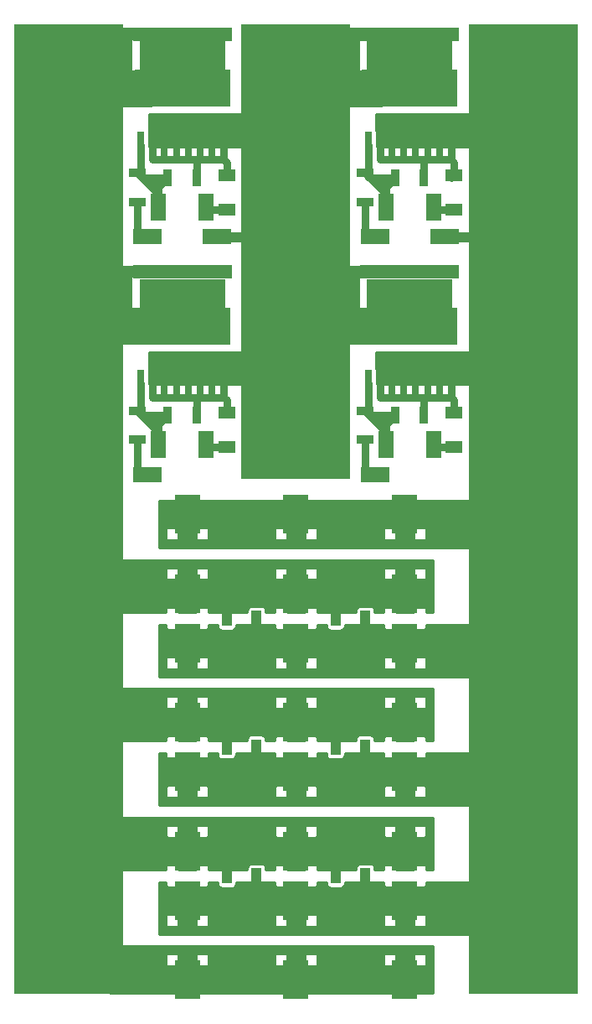
<source format=gbr>
G04 #@! TF.FileFunction,Copper,L1,Top,Signal*
%FSLAX46Y46*%
G04 Gerber Fmt 4.6, Leading zero omitted, Abs format (unit mm)*
G04 Created by KiCad (PCBNEW 4.0.7) date 05/20/18 16:24:24*
%MOMM*%
%LPD*%
G01*
G04 APERTURE LIST*
%ADD10C,0.100000*%
%ADD11R,2.500000X4.000000*%
%ADD12R,1.500000X2.700000*%
%ADD13R,1.700000X1.300000*%
%ADD14R,1.700000X0.900000*%
%ADD15R,0.900000X1.700000*%
%ADD16R,1.000000X1.600000*%
%ADD17R,11.000000X98.000000*%
%ADD18R,10.100000X1.400000*%
%ADD19R,8.700000X2.900000*%
%ADD20R,9.700000X3.700000*%
%ADD21R,0.800000X2.800000*%
%ADD22C,1.000000*%
%ADD23R,8.000000X0.800000*%
%ADD24R,3.000000X1.500000*%
%ADD25R,11.000000X46.000000*%
%ADD26C,0.300000*%
%ADD27C,0.800000*%
%ADD28C,0.256000*%
G04 APERTURE END LIST*
D10*
D11*
X29000000Y-84500000D03*
X29000000Y-76500000D03*
X40000000Y-84500000D03*
X40000000Y-76500000D03*
X18000000Y-97500000D03*
X18000000Y-89500000D03*
X18000000Y-84500000D03*
X18000000Y-76500000D03*
X18000000Y-71500000D03*
X18000000Y-63500000D03*
X18000000Y-58500000D03*
X18000000Y-50500000D03*
X29000000Y-97500000D03*
X29000000Y-89500000D03*
X29000000Y-71500000D03*
X29000000Y-63500000D03*
X29000000Y-58500000D03*
X29000000Y-50500000D03*
X40000000Y-97500000D03*
X40000000Y-89500000D03*
X40000000Y-71500000D03*
X40000000Y-63500000D03*
X40000000Y-58500000D03*
X40000000Y-50500000D03*
D12*
X19900000Y-43500000D03*
X15100000Y-43500000D03*
X19900000Y-19500000D03*
X15100000Y-19500000D03*
D13*
X22000000Y-43750000D03*
X22000000Y-40250000D03*
X22000000Y-19750000D03*
X22000000Y-16250000D03*
D12*
X42900000Y-43500000D03*
X38100000Y-43500000D03*
X42900000Y-19500000D03*
X38100000Y-19500000D03*
D13*
X45000000Y-43750000D03*
X45000000Y-40250000D03*
X45000000Y-19750000D03*
X45000000Y-16250000D03*
D14*
X13000000Y-40050000D03*
X13000000Y-42950000D03*
X13000000Y-16050000D03*
X13000000Y-18950000D03*
D15*
X18950000Y-40500000D03*
X16050000Y-40500000D03*
X18950000Y-16500000D03*
X16050000Y-16500000D03*
D14*
X36000000Y-40050000D03*
X36000000Y-42950000D03*
X36000000Y-16050000D03*
X36000000Y-18950000D03*
D15*
X41950000Y-40500000D03*
X39050000Y-40500000D03*
X41950000Y-16500000D03*
X39050000Y-16500000D03*
D16*
X22000000Y-87000000D03*
X25000000Y-87000000D03*
X33000000Y-87000000D03*
X36000000Y-87000000D03*
X22000000Y-74000000D03*
X25000000Y-74000000D03*
X33000000Y-74000000D03*
X36000000Y-74000000D03*
X22000000Y-61000000D03*
X25000000Y-61000000D03*
X33000000Y-61000000D03*
X36000000Y-61000000D03*
D17*
X6000000Y-50000000D03*
X52000000Y-50000000D03*
D18*
X40500000Y-2050000D03*
D19*
X40500000Y-4200000D03*
D20*
X40500000Y-7500000D03*
D21*
X39900000Y-13250000D03*
X41100000Y-13250000D03*
X42300000Y-13250000D03*
X43500000Y-13250000D03*
X44700000Y-13250000D03*
X38700000Y-13250000D03*
X37500000Y-13250000D03*
X36300000Y-13250000D03*
D22*
X36300000Y-8080000D03*
X37500000Y-8080000D03*
X38700000Y-8080000D03*
X39900000Y-8080000D03*
X41100000Y-8080000D03*
X42300000Y-8080000D03*
X43500000Y-8080000D03*
X44700000Y-8080000D03*
X44700000Y-6880000D03*
X43500000Y-6880000D03*
X41100000Y-6880000D03*
X42300000Y-6880000D03*
X39900000Y-6880000D03*
X38700000Y-6880000D03*
X37500000Y-6880000D03*
X36300000Y-6880000D03*
X37500000Y-5680000D03*
X38700000Y-5680000D03*
X39900000Y-5680000D03*
X41100000Y-5680000D03*
X42300000Y-5680000D03*
X43500000Y-5680000D03*
X43500000Y-4480000D03*
X41100000Y-4480000D03*
X42300000Y-4480000D03*
X39900000Y-4480000D03*
X38700000Y-4480000D03*
X37500000Y-4480000D03*
X37500000Y-3280000D03*
X38700000Y-3280000D03*
X39900000Y-3280000D03*
X41100000Y-3280000D03*
X42300000Y-3280000D03*
X43500000Y-3280000D03*
X36300000Y-1980000D03*
X37500000Y-1980000D03*
X38700000Y-1980000D03*
X39900000Y-1980000D03*
X41100000Y-1980000D03*
X42300000Y-1980000D03*
X43500000Y-1980000D03*
X44700000Y-1980000D03*
D23*
X41100000Y-12250000D03*
D18*
X40500000Y-26050000D03*
D19*
X40500000Y-28200000D03*
D20*
X40500000Y-31500000D03*
D21*
X39900000Y-37250000D03*
X41100000Y-37250000D03*
X42300000Y-37250000D03*
X43500000Y-37250000D03*
X44700000Y-37250000D03*
X38700000Y-37250000D03*
X37500000Y-37250000D03*
X36300000Y-37250000D03*
D22*
X36300000Y-32080000D03*
X37500000Y-32080000D03*
X38700000Y-32080000D03*
X39900000Y-32080000D03*
X41100000Y-32080000D03*
X42300000Y-32080000D03*
X43500000Y-32080000D03*
X44700000Y-32080000D03*
X44700000Y-30880000D03*
X43500000Y-30880000D03*
X41100000Y-30880000D03*
X42300000Y-30880000D03*
X39900000Y-30880000D03*
X38700000Y-30880000D03*
X37500000Y-30880000D03*
X36300000Y-30880000D03*
X37500000Y-29680000D03*
X38700000Y-29680000D03*
X39900000Y-29680000D03*
X41100000Y-29680000D03*
X42300000Y-29680000D03*
X43500000Y-29680000D03*
X43500000Y-28480000D03*
X41100000Y-28480000D03*
X42300000Y-28480000D03*
X39900000Y-28480000D03*
X38700000Y-28480000D03*
X37500000Y-28480000D03*
X37500000Y-27280000D03*
X38700000Y-27280000D03*
X39900000Y-27280000D03*
X41100000Y-27280000D03*
X42300000Y-27280000D03*
X43500000Y-27280000D03*
X36300000Y-25980000D03*
X37500000Y-25980000D03*
X38700000Y-25980000D03*
X39900000Y-25980000D03*
X41100000Y-25980000D03*
X42300000Y-25980000D03*
X43500000Y-25980000D03*
X44700000Y-25980000D03*
D23*
X41100000Y-36250000D03*
D18*
X17500000Y-2050000D03*
D19*
X17500000Y-4200000D03*
D20*
X17500000Y-7500000D03*
D21*
X16900000Y-13250000D03*
X18100000Y-13250000D03*
X19300000Y-13250000D03*
X20500000Y-13250000D03*
X21700000Y-13250000D03*
X15700000Y-13250000D03*
X14500000Y-13250000D03*
X13300000Y-13250000D03*
D22*
X13300000Y-8080000D03*
X14500000Y-8080000D03*
X15700000Y-8080000D03*
X16900000Y-8080000D03*
X18100000Y-8080000D03*
X19300000Y-8080000D03*
X20500000Y-8080000D03*
X21700000Y-8080000D03*
X21700000Y-6880000D03*
X20500000Y-6880000D03*
X18100000Y-6880000D03*
X19300000Y-6880000D03*
X16900000Y-6880000D03*
X15700000Y-6880000D03*
X14500000Y-6880000D03*
X13300000Y-6880000D03*
X14500000Y-5680000D03*
X15700000Y-5680000D03*
X16900000Y-5680000D03*
X18100000Y-5680000D03*
X19300000Y-5680000D03*
X20500000Y-5680000D03*
X20500000Y-4480000D03*
X18100000Y-4480000D03*
X19300000Y-4480000D03*
X16900000Y-4480000D03*
X15700000Y-4480000D03*
X14500000Y-4480000D03*
X14500000Y-3280000D03*
X15700000Y-3280000D03*
X16900000Y-3280000D03*
X18100000Y-3280000D03*
X19300000Y-3280000D03*
X20500000Y-3280000D03*
X13300000Y-1980000D03*
X14500000Y-1980000D03*
X15700000Y-1980000D03*
X16900000Y-1980000D03*
X18100000Y-1980000D03*
X19300000Y-1980000D03*
X20500000Y-1980000D03*
X21700000Y-1980000D03*
D23*
X18100000Y-12250000D03*
D18*
X17500000Y-26050000D03*
D19*
X17500000Y-28200000D03*
D20*
X17500000Y-31500000D03*
D21*
X16900000Y-37250000D03*
X18100000Y-37250000D03*
X19300000Y-37250000D03*
X20500000Y-37250000D03*
X21700000Y-37250000D03*
X15700000Y-37250000D03*
X14500000Y-37250000D03*
X13300000Y-37250000D03*
D22*
X13300000Y-32080000D03*
X14500000Y-32080000D03*
X15700000Y-32080000D03*
X16900000Y-32080000D03*
X18100000Y-32080000D03*
X19300000Y-32080000D03*
X20500000Y-32080000D03*
X21700000Y-32080000D03*
X21700000Y-30880000D03*
X20500000Y-30880000D03*
X18100000Y-30880000D03*
X19300000Y-30880000D03*
X16900000Y-30880000D03*
X15700000Y-30880000D03*
X14500000Y-30880000D03*
X13300000Y-30880000D03*
X14500000Y-29680000D03*
X15700000Y-29680000D03*
X16900000Y-29680000D03*
X18100000Y-29680000D03*
X19300000Y-29680000D03*
X20500000Y-29680000D03*
X20500000Y-28480000D03*
X18100000Y-28480000D03*
X19300000Y-28480000D03*
X16900000Y-28480000D03*
X15700000Y-28480000D03*
X14500000Y-28480000D03*
X14500000Y-27280000D03*
X15700000Y-27280000D03*
X16900000Y-27280000D03*
X18100000Y-27280000D03*
X19300000Y-27280000D03*
X20500000Y-27280000D03*
X13300000Y-25980000D03*
X14500000Y-25980000D03*
X15700000Y-25980000D03*
X16900000Y-25980000D03*
X18100000Y-25980000D03*
X19300000Y-25980000D03*
X20500000Y-25980000D03*
X21700000Y-25980000D03*
D23*
X18100000Y-36250000D03*
D24*
X37000000Y-22500000D03*
X37000000Y-46500000D03*
X44000000Y-22500000D03*
X21000000Y-22500000D03*
X14000000Y-46500000D03*
X14000000Y-22500000D03*
D25*
X29000000Y-24000000D03*
D26*
X22000000Y-61000000D02*
X22000000Y-59000000D01*
X33000000Y-61000000D02*
X33000000Y-59000000D01*
X33000000Y-74000000D02*
X33000000Y-72000000D01*
X22000000Y-74000000D02*
X22000000Y-72000000D01*
X22000000Y-87000000D02*
X22000000Y-85000000D01*
X33000000Y-87000000D02*
X33000000Y-85000000D01*
X25000000Y-61000000D02*
X25000000Y-63000000D01*
X36000000Y-61000000D02*
X36000000Y-63000000D01*
X36000000Y-74000000D02*
X36000000Y-76000000D01*
X25000000Y-74000000D02*
X25000000Y-76000000D01*
X36000000Y-87000000D02*
X36000000Y-89000000D01*
X25000000Y-87000000D02*
X25000000Y-89000000D01*
D27*
X45000000Y-40250000D02*
X45000000Y-39000000D01*
X45000000Y-39000000D02*
X44700000Y-38700000D01*
X41950000Y-40500000D02*
X41950000Y-38700000D01*
X41950000Y-38700000D02*
X42000000Y-38700000D01*
X45000000Y-16250000D02*
X45000000Y-15000000D01*
X45000000Y-15000000D02*
X44700000Y-14700000D01*
X41950000Y-16500000D02*
X41950000Y-14700000D01*
X42000000Y-14900000D02*
X42000000Y-14700000D01*
X42000000Y-14750000D02*
X42000000Y-14900000D01*
X41950000Y-14700000D02*
X42000000Y-14750000D01*
X37500000Y-37250000D02*
X37500000Y-38700000D01*
X44700000Y-38700000D02*
X44700000Y-37250000D01*
X37500000Y-38700000D02*
X42000000Y-38700000D01*
X42000000Y-38700000D02*
X44700000Y-38700000D01*
X44700000Y-13250000D02*
X44700000Y-14700000D01*
X37500000Y-14700000D02*
X37500000Y-13250000D01*
X44700000Y-14700000D02*
X42000000Y-14700000D01*
X42000000Y-14700000D02*
X37500000Y-14700000D01*
X44750000Y-16500000D02*
X45000000Y-16250000D01*
X22000000Y-43750000D02*
X20150000Y-43750000D01*
X20150000Y-43750000D02*
X19900000Y-43500000D01*
X13300000Y-37250000D02*
X13300000Y-39750000D01*
X13300000Y-39750000D02*
X13000000Y-40050000D01*
X14250000Y-40500000D02*
X14750000Y-41000000D01*
X15100000Y-43500000D02*
X15100000Y-41450000D01*
X15100000Y-41450000D02*
X16050000Y-40500000D01*
X16050000Y-40500000D02*
X14250000Y-40500000D01*
X14250000Y-40500000D02*
X13450000Y-40500000D01*
X13450000Y-40500000D02*
X13000000Y-40050000D01*
X15100000Y-43500000D02*
X15100000Y-42150000D01*
X15100000Y-42150000D02*
X13000000Y-40050000D01*
X22000000Y-19750000D02*
X20150000Y-19750000D01*
X20150000Y-19750000D02*
X19900000Y-19500000D01*
X13300000Y-13250000D02*
X13300000Y-15750000D01*
X13300000Y-15750000D02*
X13000000Y-16050000D01*
X14000000Y-16500000D02*
X14250000Y-16500000D01*
X14250000Y-16500000D02*
X14750000Y-17000000D01*
X15100000Y-19500000D02*
X15100000Y-17450000D01*
X15100000Y-17450000D02*
X16050000Y-16500000D01*
X16050000Y-16500000D02*
X14000000Y-16500000D01*
X14000000Y-16500000D02*
X13450000Y-16500000D01*
X13450000Y-16500000D02*
X13000000Y-16050000D01*
X15100000Y-19500000D02*
X15100000Y-18150000D01*
X15100000Y-18150000D02*
X13000000Y-16050000D01*
X18950000Y-40500000D02*
X18950000Y-38700000D01*
X18950000Y-38700000D02*
X19000000Y-38700000D01*
X22000000Y-40250000D02*
X22000000Y-39000000D01*
X22000000Y-39000000D02*
X21700000Y-38700000D01*
X22000000Y-16250000D02*
X22000000Y-15000000D01*
X22000000Y-15000000D02*
X21700000Y-14700000D01*
X18950000Y-16500000D02*
X18950000Y-14700000D01*
X19000000Y-14900000D02*
X19000000Y-14700000D01*
X19000000Y-14750000D02*
X19000000Y-14900000D01*
X18950000Y-14700000D02*
X19000000Y-14750000D01*
X14500000Y-13250000D02*
X14500000Y-14700000D01*
X21700000Y-14700000D02*
X21700000Y-13250000D01*
X14500000Y-14700000D02*
X19000000Y-14700000D01*
X19000000Y-14700000D02*
X21700000Y-14700000D01*
X14500000Y-37250000D02*
X14500000Y-38700000D01*
X21700000Y-38700000D02*
X21700000Y-37250000D01*
X14500000Y-38700000D02*
X19000000Y-38700000D01*
X19000000Y-38700000D02*
X21700000Y-38700000D01*
X45000000Y-43750000D02*
X43150000Y-43750000D01*
X43150000Y-43750000D02*
X42900000Y-43500000D01*
X36300000Y-37250000D02*
X36300000Y-39750000D01*
X36300000Y-39750000D02*
X36000000Y-40050000D01*
X37250000Y-40500000D02*
X37750000Y-41000000D01*
X38100000Y-43500000D02*
X38100000Y-41450000D01*
X38100000Y-41450000D02*
X39050000Y-40500000D01*
X39050000Y-40500000D02*
X37250000Y-40500000D01*
X37250000Y-40500000D02*
X36450000Y-40500000D01*
X36450000Y-40500000D02*
X36000000Y-40050000D01*
X38100000Y-43500000D02*
X38100000Y-42150000D01*
X38100000Y-42150000D02*
X36000000Y-40050000D01*
X45000000Y-19750000D02*
X43150000Y-19750000D01*
X43150000Y-19750000D02*
X42900000Y-19500000D01*
X36300000Y-13250000D02*
X36300000Y-15750000D01*
X36300000Y-15750000D02*
X36000000Y-16050000D01*
X37000000Y-16500000D02*
X37250000Y-16500000D01*
X37250000Y-16500000D02*
X37750000Y-17000000D01*
X38100000Y-19500000D02*
X38100000Y-17450000D01*
X38100000Y-17450000D02*
X39050000Y-16500000D01*
X39050000Y-16500000D02*
X37000000Y-16500000D01*
X37000000Y-16500000D02*
X36450000Y-16500000D01*
X36450000Y-16500000D02*
X36000000Y-16050000D01*
X38100000Y-19500000D02*
X38100000Y-18150000D01*
X38100000Y-18150000D02*
X36000000Y-16050000D01*
X14000000Y-46500000D02*
X13500000Y-46500000D01*
X13500000Y-46500000D02*
X13000000Y-46000000D01*
X13000000Y-46000000D02*
X13000000Y-42950000D01*
X14000000Y-22500000D02*
X13500000Y-22500000D01*
X13500000Y-22500000D02*
X13000000Y-22000000D01*
X13000000Y-22000000D02*
X13000000Y-18950000D01*
X37000000Y-46500000D02*
X36500000Y-46500000D01*
X36500000Y-46500000D02*
X36000000Y-46000000D01*
X36000000Y-46000000D02*
X36000000Y-42950000D01*
X37000000Y-22500000D02*
X36500000Y-22500000D01*
X36500000Y-22500000D02*
X36000000Y-22000000D01*
X36000000Y-22000000D02*
X36000000Y-18950000D01*
D28*
G36*
X14372000Y-2472000D02*
X12450000Y-2472000D01*
X12400201Y-2482085D01*
X12358249Y-2510749D01*
X12330754Y-2553477D01*
X12322000Y-2600000D01*
X12322000Y-5650000D01*
X12332085Y-5699799D01*
X12360749Y-5741751D01*
X12403477Y-5769246D01*
X12450000Y-5778000D01*
X14372000Y-5778000D01*
X14372000Y-9222000D01*
X11000000Y-9222000D01*
X10950201Y-9232085D01*
X10908249Y-9260749D01*
X10880754Y-9303477D01*
X10872000Y-9350000D01*
X10872000Y-25350000D01*
X10882085Y-25399799D01*
X10910749Y-25441751D01*
X10953477Y-25469246D01*
X11000000Y-25478000D01*
X14372000Y-25478000D01*
X14372000Y-26472000D01*
X12450000Y-26472000D01*
X12400201Y-26482085D01*
X12358249Y-26510749D01*
X12330754Y-26553477D01*
X12322000Y-26600000D01*
X12322000Y-29650000D01*
X12332085Y-29699799D01*
X12360749Y-29741751D01*
X12403477Y-29769246D01*
X12450000Y-29778000D01*
X14372000Y-29778000D01*
X14372000Y-33222000D01*
X11000000Y-33222000D01*
X10950201Y-33232085D01*
X10908249Y-33260749D01*
X10880754Y-33303477D01*
X10872000Y-33350000D01*
X10872000Y-55000000D01*
X10882085Y-55049799D01*
X10910749Y-55091751D01*
X10953477Y-55119246D01*
X11000000Y-55128000D01*
X42872000Y-55128000D01*
X42872000Y-60372000D01*
X42128000Y-60372000D01*
X42128000Y-60000000D01*
X42119246Y-59953477D01*
X42091751Y-59910749D01*
X42049799Y-59882085D01*
X42000000Y-59872000D01*
X41000000Y-59872000D01*
X40953477Y-59880754D01*
X40910749Y-59908249D01*
X40882085Y-59950201D01*
X40872000Y-60000000D01*
X40872000Y-60372000D01*
X39128000Y-60372000D01*
X39128000Y-60000000D01*
X39119246Y-59953477D01*
X39091751Y-59910749D01*
X39049799Y-59882085D01*
X39000000Y-59872000D01*
X38000000Y-59872000D01*
X37953477Y-59880754D01*
X37910749Y-59908249D01*
X37882085Y-59950201D01*
X37872000Y-60000000D01*
X37872000Y-60372000D01*
X36936385Y-60372000D01*
X36936385Y-60200000D01*
X36906541Y-60041393D01*
X36812804Y-59895721D01*
X36669778Y-59797996D01*
X36500000Y-59763615D01*
X35500000Y-59763615D01*
X35341393Y-59793459D01*
X35195721Y-59887196D01*
X35097996Y-60030222D01*
X35063615Y-60200000D01*
X35063615Y-60372000D01*
X31128000Y-60372000D01*
X31128000Y-60000000D01*
X31119246Y-59953477D01*
X31091751Y-59910749D01*
X31049799Y-59882085D01*
X31000000Y-59872000D01*
X30000000Y-59872000D01*
X29953477Y-59880754D01*
X29910749Y-59908249D01*
X29882085Y-59950201D01*
X29872000Y-60000000D01*
X29872000Y-60372000D01*
X28128000Y-60372000D01*
X28128000Y-60000000D01*
X28119246Y-59953477D01*
X28091751Y-59910749D01*
X28049799Y-59882085D01*
X28000000Y-59872000D01*
X27000000Y-59872000D01*
X26953477Y-59880754D01*
X26910749Y-59908249D01*
X26882085Y-59950201D01*
X26872000Y-60000000D01*
X26872000Y-60372000D01*
X25936385Y-60372000D01*
X25936385Y-60200000D01*
X25906541Y-60041393D01*
X25812804Y-59895721D01*
X25669778Y-59797996D01*
X25500000Y-59763615D01*
X24500000Y-59763615D01*
X24341393Y-59793459D01*
X24195721Y-59887196D01*
X24097996Y-60030222D01*
X24063615Y-60200000D01*
X24063615Y-60372000D01*
X20128000Y-60372000D01*
X20128000Y-60000000D01*
X20119246Y-59953477D01*
X20091751Y-59910749D01*
X20049799Y-59882085D01*
X20000000Y-59872000D01*
X19000000Y-59872000D01*
X18953477Y-59880754D01*
X18910749Y-59908249D01*
X18882085Y-59950201D01*
X18872000Y-60000000D01*
X18872000Y-60372000D01*
X17128000Y-60372000D01*
X17128000Y-60000000D01*
X17119246Y-59953477D01*
X17091751Y-59910749D01*
X17049799Y-59882085D01*
X17000000Y-59872000D01*
X16000000Y-59872000D01*
X15953477Y-59880754D01*
X15910749Y-59908249D01*
X15882085Y-59950201D01*
X15872000Y-60000000D01*
X15872000Y-60372000D01*
X11000000Y-60372000D01*
X10950201Y-60382085D01*
X10908249Y-60410749D01*
X10880754Y-60453477D01*
X10872000Y-60500000D01*
X10872000Y-68000000D01*
X10882085Y-68049799D01*
X10910749Y-68091751D01*
X10953477Y-68119246D01*
X11000000Y-68128000D01*
X42872000Y-68128000D01*
X42872000Y-73372000D01*
X42128000Y-73372000D01*
X42128000Y-73000000D01*
X42119246Y-72953477D01*
X42091751Y-72910749D01*
X42049799Y-72882085D01*
X42000000Y-72872000D01*
X41000000Y-72872000D01*
X40953477Y-72880754D01*
X40910749Y-72908249D01*
X40882085Y-72950201D01*
X40872000Y-73000000D01*
X40872000Y-73372000D01*
X39128000Y-73372000D01*
X39128000Y-73000000D01*
X39119246Y-72953477D01*
X39091751Y-72910749D01*
X39049799Y-72882085D01*
X39000000Y-72872000D01*
X38000000Y-72872000D01*
X37953477Y-72880754D01*
X37910749Y-72908249D01*
X37882085Y-72950201D01*
X37872000Y-73000000D01*
X37872000Y-73372000D01*
X36936385Y-73372000D01*
X36936385Y-73200000D01*
X36906541Y-73041393D01*
X36812804Y-72895721D01*
X36669778Y-72797996D01*
X36500000Y-72763615D01*
X35500000Y-72763615D01*
X35341393Y-72793459D01*
X35195721Y-72887196D01*
X35097996Y-73030222D01*
X35063615Y-73200000D01*
X35063615Y-73372000D01*
X31128000Y-73372000D01*
X31128000Y-73000000D01*
X31119246Y-72953477D01*
X31091751Y-72910749D01*
X31049799Y-72882085D01*
X31000000Y-72872000D01*
X30000000Y-72872000D01*
X29953477Y-72880754D01*
X29910749Y-72908249D01*
X29882085Y-72950201D01*
X29872000Y-73000000D01*
X29872000Y-73372000D01*
X28128000Y-73372000D01*
X28128000Y-73000000D01*
X28119246Y-72953477D01*
X28091751Y-72910749D01*
X28049799Y-72882085D01*
X28000000Y-72872000D01*
X27000000Y-72872000D01*
X26953477Y-72880754D01*
X26910749Y-72908249D01*
X26882085Y-72950201D01*
X26872000Y-73000000D01*
X26872000Y-73372000D01*
X25936385Y-73372000D01*
X25936385Y-73200000D01*
X25906541Y-73041393D01*
X25812804Y-72895721D01*
X25669778Y-72797996D01*
X25500000Y-72763615D01*
X24500000Y-72763615D01*
X24341393Y-72793459D01*
X24195721Y-72887196D01*
X24097996Y-73030222D01*
X24063615Y-73200000D01*
X24063615Y-73372000D01*
X20128000Y-73372000D01*
X20128000Y-73000000D01*
X20119246Y-72953477D01*
X20091751Y-72910749D01*
X20049799Y-72882085D01*
X20000000Y-72872000D01*
X19000000Y-72872000D01*
X18953477Y-72880754D01*
X18910749Y-72908249D01*
X18882085Y-72950201D01*
X18872000Y-73000000D01*
X18872000Y-73372000D01*
X17128000Y-73372000D01*
X17128000Y-73000000D01*
X17119246Y-72953477D01*
X17091751Y-72910749D01*
X17049799Y-72882085D01*
X17000000Y-72872000D01*
X16000000Y-72872000D01*
X15953477Y-72880754D01*
X15910749Y-72908249D01*
X15882085Y-72950201D01*
X15872000Y-73000000D01*
X15872000Y-73372000D01*
X11000000Y-73372000D01*
X10950201Y-73382085D01*
X10908249Y-73410749D01*
X10880754Y-73453477D01*
X10872000Y-73500000D01*
X10872000Y-81000000D01*
X10882085Y-81049799D01*
X10910749Y-81091751D01*
X10953477Y-81119246D01*
X11000000Y-81128000D01*
X42872000Y-81128000D01*
X42872000Y-86372000D01*
X42128000Y-86372000D01*
X42128000Y-86000000D01*
X42119246Y-85953477D01*
X42091751Y-85910749D01*
X42049799Y-85882085D01*
X42000000Y-85872000D01*
X41000000Y-85872000D01*
X40953477Y-85880754D01*
X40910749Y-85908249D01*
X40882085Y-85950201D01*
X40872000Y-86000000D01*
X40872000Y-86372000D01*
X39128000Y-86372000D01*
X39128000Y-86000000D01*
X39119246Y-85953477D01*
X39091751Y-85910749D01*
X39049799Y-85882085D01*
X39000000Y-85872000D01*
X38000000Y-85872000D01*
X37953477Y-85880754D01*
X37910749Y-85908249D01*
X37882085Y-85950201D01*
X37872000Y-86000000D01*
X37872000Y-86372000D01*
X36936385Y-86372000D01*
X36936385Y-86200000D01*
X36906541Y-86041393D01*
X36812804Y-85895721D01*
X36669778Y-85797996D01*
X36500000Y-85763615D01*
X35500000Y-85763615D01*
X35341393Y-85793459D01*
X35195721Y-85887196D01*
X35097996Y-86030222D01*
X35063615Y-86200000D01*
X35063615Y-86372000D01*
X31128000Y-86372000D01*
X31128000Y-86000000D01*
X31119246Y-85953477D01*
X31091751Y-85910749D01*
X31049799Y-85882085D01*
X31000000Y-85872000D01*
X30000000Y-85872000D01*
X29953477Y-85880754D01*
X29910749Y-85908249D01*
X29882085Y-85950201D01*
X29872000Y-86000000D01*
X29872000Y-86372000D01*
X28128000Y-86372000D01*
X28128000Y-86000000D01*
X28119246Y-85953477D01*
X28091751Y-85910749D01*
X28049799Y-85882085D01*
X28000000Y-85872000D01*
X27000000Y-85872000D01*
X26953477Y-85880754D01*
X26910749Y-85908249D01*
X26882085Y-85950201D01*
X26872000Y-86000000D01*
X26872000Y-86372000D01*
X25936385Y-86372000D01*
X25936385Y-86200000D01*
X25906541Y-86041393D01*
X25812804Y-85895721D01*
X25669778Y-85797996D01*
X25500000Y-85763615D01*
X24500000Y-85763615D01*
X24341393Y-85793459D01*
X24195721Y-85887196D01*
X24097996Y-86030222D01*
X24063615Y-86200000D01*
X24063615Y-86372000D01*
X20128000Y-86372000D01*
X20128000Y-86000000D01*
X20119246Y-85953477D01*
X20091751Y-85910749D01*
X20049799Y-85882085D01*
X20000000Y-85872000D01*
X19000000Y-85872000D01*
X18953477Y-85880754D01*
X18910749Y-85908249D01*
X18882085Y-85950201D01*
X18872000Y-86000000D01*
X18872000Y-86372000D01*
X17128000Y-86372000D01*
X17128000Y-86000000D01*
X17119246Y-85953477D01*
X17091751Y-85910749D01*
X17049799Y-85882085D01*
X17000000Y-85872000D01*
X16000000Y-85872000D01*
X15953477Y-85880754D01*
X15910749Y-85908249D01*
X15882085Y-85950201D01*
X15872000Y-86000000D01*
X15872000Y-86372000D01*
X11000000Y-86372000D01*
X10950201Y-86382085D01*
X10908249Y-86410749D01*
X10880754Y-86453477D01*
X10872000Y-86500000D01*
X10872000Y-94000000D01*
X10882085Y-94049799D01*
X10910749Y-94091751D01*
X10953477Y-94119246D01*
X11000000Y-94128000D01*
X42872000Y-94128000D01*
X42872000Y-98872000D01*
X10128000Y-98872000D01*
X10128000Y-98000000D01*
X10117915Y-97950201D01*
X10089251Y-97908249D01*
X10046523Y-97880754D01*
X10000000Y-97872000D01*
X2128000Y-97872000D01*
X2128000Y-95000000D01*
X15872000Y-95000000D01*
X15872000Y-96000000D01*
X15880754Y-96046523D01*
X15908249Y-96089251D01*
X15950201Y-96117915D01*
X16000000Y-96128000D01*
X17000000Y-96128000D01*
X17046523Y-96119246D01*
X17089251Y-96091751D01*
X17117915Y-96049799D01*
X17128000Y-96000000D01*
X17128000Y-95000000D01*
X18872000Y-95000000D01*
X18872000Y-96000000D01*
X18880754Y-96046523D01*
X18908249Y-96089251D01*
X18950201Y-96117915D01*
X19000000Y-96128000D01*
X20000000Y-96128000D01*
X20046523Y-96119246D01*
X20089251Y-96091751D01*
X20117915Y-96049799D01*
X20128000Y-96000000D01*
X20128000Y-95000000D01*
X26872000Y-95000000D01*
X26872000Y-96000000D01*
X26880754Y-96046523D01*
X26908249Y-96089251D01*
X26950201Y-96117915D01*
X27000000Y-96128000D01*
X28000000Y-96128000D01*
X28046523Y-96119246D01*
X28089251Y-96091751D01*
X28117915Y-96049799D01*
X28128000Y-96000000D01*
X28128000Y-95000000D01*
X29872000Y-95000000D01*
X29872000Y-96000000D01*
X29880754Y-96046523D01*
X29908249Y-96089251D01*
X29950201Y-96117915D01*
X30000000Y-96128000D01*
X31000000Y-96128000D01*
X31046523Y-96119246D01*
X31089251Y-96091751D01*
X31117915Y-96049799D01*
X31128000Y-96000000D01*
X31128000Y-95000000D01*
X37872000Y-95000000D01*
X37872000Y-96000000D01*
X37880754Y-96046523D01*
X37908249Y-96089251D01*
X37950201Y-96117915D01*
X38000000Y-96128000D01*
X39000000Y-96128000D01*
X39046523Y-96119246D01*
X39089251Y-96091751D01*
X39117915Y-96049799D01*
X39128000Y-96000000D01*
X39128000Y-95000000D01*
X40872000Y-95000000D01*
X40872000Y-96000000D01*
X40880754Y-96046523D01*
X40908249Y-96089251D01*
X40950201Y-96117915D01*
X41000000Y-96128000D01*
X42000000Y-96128000D01*
X42046523Y-96119246D01*
X42089251Y-96091751D01*
X42117915Y-96049799D01*
X42128000Y-96000000D01*
X42128000Y-95000000D01*
X42119246Y-94953477D01*
X42091751Y-94910749D01*
X42049799Y-94882085D01*
X42000000Y-94872000D01*
X41000000Y-94872000D01*
X40953477Y-94880754D01*
X40910749Y-94908249D01*
X40882085Y-94950201D01*
X40872000Y-95000000D01*
X39128000Y-95000000D01*
X39119246Y-94953477D01*
X39091751Y-94910749D01*
X39049799Y-94882085D01*
X39000000Y-94872000D01*
X38000000Y-94872000D01*
X37953477Y-94880754D01*
X37910749Y-94908249D01*
X37882085Y-94950201D01*
X37872000Y-95000000D01*
X31128000Y-95000000D01*
X31119246Y-94953477D01*
X31091751Y-94910749D01*
X31049799Y-94882085D01*
X31000000Y-94872000D01*
X30000000Y-94872000D01*
X29953477Y-94880754D01*
X29910749Y-94908249D01*
X29882085Y-94950201D01*
X29872000Y-95000000D01*
X28128000Y-95000000D01*
X28119246Y-94953477D01*
X28091751Y-94910749D01*
X28049799Y-94882085D01*
X28000000Y-94872000D01*
X27000000Y-94872000D01*
X26953477Y-94880754D01*
X26910749Y-94908249D01*
X26882085Y-94950201D01*
X26872000Y-95000000D01*
X20128000Y-95000000D01*
X20119246Y-94953477D01*
X20091751Y-94910749D01*
X20049799Y-94882085D01*
X20000000Y-94872000D01*
X19000000Y-94872000D01*
X18953477Y-94880754D01*
X18910749Y-94908249D01*
X18882085Y-94950201D01*
X18872000Y-95000000D01*
X17128000Y-95000000D01*
X17119246Y-94953477D01*
X17091751Y-94910749D01*
X17049799Y-94882085D01*
X17000000Y-94872000D01*
X16000000Y-94872000D01*
X15953477Y-94880754D01*
X15910749Y-94908249D01*
X15882085Y-94950201D01*
X15872000Y-95000000D01*
X2128000Y-95000000D01*
X2128000Y-81000000D01*
X2872000Y-81000000D01*
X2872000Y-88000000D01*
X2880754Y-88046523D01*
X2908249Y-88089251D01*
X2950201Y-88117915D01*
X3000000Y-88128000D01*
X9000000Y-88128000D01*
X9046523Y-88119246D01*
X9089251Y-88091751D01*
X9117915Y-88049799D01*
X9128000Y-88000000D01*
X9128000Y-82000000D01*
X15872000Y-82000000D01*
X15872000Y-83000000D01*
X15880754Y-83046523D01*
X15908249Y-83089251D01*
X15950201Y-83117915D01*
X16000000Y-83128000D01*
X17000000Y-83128000D01*
X17046523Y-83119246D01*
X17089251Y-83091751D01*
X17117915Y-83049799D01*
X17128000Y-83000000D01*
X17128000Y-82000000D01*
X18872000Y-82000000D01*
X18872000Y-83000000D01*
X18880754Y-83046523D01*
X18908249Y-83089251D01*
X18950201Y-83117915D01*
X19000000Y-83128000D01*
X20000000Y-83128000D01*
X20046523Y-83119246D01*
X20089251Y-83091751D01*
X20117915Y-83049799D01*
X20128000Y-83000000D01*
X20128000Y-82000000D01*
X26872000Y-82000000D01*
X26872000Y-83000000D01*
X26880754Y-83046523D01*
X26908249Y-83089251D01*
X26950201Y-83117915D01*
X27000000Y-83128000D01*
X28000000Y-83128000D01*
X28046523Y-83119246D01*
X28089251Y-83091751D01*
X28117915Y-83049799D01*
X28128000Y-83000000D01*
X28128000Y-82000000D01*
X29872000Y-82000000D01*
X29872000Y-83000000D01*
X29880754Y-83046523D01*
X29908249Y-83089251D01*
X29950201Y-83117915D01*
X30000000Y-83128000D01*
X31000000Y-83128000D01*
X31046523Y-83119246D01*
X31089251Y-83091751D01*
X31117915Y-83049799D01*
X31128000Y-83000000D01*
X31128000Y-82000000D01*
X37872000Y-82000000D01*
X37872000Y-83000000D01*
X37880754Y-83046523D01*
X37908249Y-83089251D01*
X37950201Y-83117915D01*
X38000000Y-83128000D01*
X39000000Y-83128000D01*
X39046523Y-83119246D01*
X39089251Y-83091751D01*
X39117915Y-83049799D01*
X39128000Y-83000000D01*
X39128000Y-82000000D01*
X40872000Y-82000000D01*
X40872000Y-83000000D01*
X40880754Y-83046523D01*
X40908249Y-83089251D01*
X40950201Y-83117915D01*
X41000000Y-83128000D01*
X42000000Y-83128000D01*
X42046523Y-83119246D01*
X42089251Y-83091751D01*
X42117915Y-83049799D01*
X42128000Y-83000000D01*
X42128000Y-82000000D01*
X42119246Y-81953477D01*
X42091751Y-81910749D01*
X42049799Y-81882085D01*
X42000000Y-81872000D01*
X41000000Y-81872000D01*
X40953477Y-81880754D01*
X40910749Y-81908249D01*
X40882085Y-81950201D01*
X40872000Y-82000000D01*
X39128000Y-82000000D01*
X39119246Y-81953477D01*
X39091751Y-81910749D01*
X39049799Y-81882085D01*
X39000000Y-81872000D01*
X38000000Y-81872000D01*
X37953477Y-81880754D01*
X37910749Y-81908249D01*
X37882085Y-81950201D01*
X37872000Y-82000000D01*
X31128000Y-82000000D01*
X31119246Y-81953477D01*
X31091751Y-81910749D01*
X31049799Y-81882085D01*
X31000000Y-81872000D01*
X30000000Y-81872000D01*
X29953477Y-81880754D01*
X29910749Y-81908249D01*
X29882085Y-81950201D01*
X29872000Y-82000000D01*
X28128000Y-82000000D01*
X28119246Y-81953477D01*
X28091751Y-81910749D01*
X28049799Y-81882085D01*
X28000000Y-81872000D01*
X27000000Y-81872000D01*
X26953477Y-81880754D01*
X26910749Y-81908249D01*
X26882085Y-81950201D01*
X26872000Y-82000000D01*
X20128000Y-82000000D01*
X20119246Y-81953477D01*
X20091751Y-81910749D01*
X20049799Y-81882085D01*
X20000000Y-81872000D01*
X19000000Y-81872000D01*
X18953477Y-81880754D01*
X18910749Y-81908249D01*
X18882085Y-81950201D01*
X18872000Y-82000000D01*
X17128000Y-82000000D01*
X17119246Y-81953477D01*
X17091751Y-81910749D01*
X17049799Y-81882085D01*
X17000000Y-81872000D01*
X16000000Y-81872000D01*
X15953477Y-81880754D01*
X15910749Y-81908249D01*
X15882085Y-81950201D01*
X15872000Y-82000000D01*
X9128000Y-82000000D01*
X9128000Y-81000000D01*
X9119246Y-80953477D01*
X9091751Y-80910749D01*
X9049799Y-80882085D01*
X9000000Y-80872000D01*
X3000000Y-80872000D01*
X2953477Y-80880754D01*
X2910749Y-80908249D01*
X2882085Y-80950201D01*
X2872000Y-81000000D01*
X2128000Y-81000000D01*
X2128000Y-69000000D01*
X15872000Y-69000000D01*
X15872000Y-70000000D01*
X15880754Y-70046523D01*
X15908249Y-70089251D01*
X15950201Y-70117915D01*
X16000000Y-70128000D01*
X17000000Y-70128000D01*
X17046523Y-70119246D01*
X17089251Y-70091751D01*
X17117915Y-70049799D01*
X17128000Y-70000000D01*
X17128000Y-69000000D01*
X18872000Y-69000000D01*
X18872000Y-70000000D01*
X18880754Y-70046523D01*
X18908249Y-70089251D01*
X18950201Y-70117915D01*
X19000000Y-70128000D01*
X20000000Y-70128000D01*
X20046523Y-70119246D01*
X20089251Y-70091751D01*
X20117915Y-70049799D01*
X20128000Y-70000000D01*
X20128000Y-69000000D01*
X26872000Y-69000000D01*
X26872000Y-70000000D01*
X26880754Y-70046523D01*
X26908249Y-70089251D01*
X26950201Y-70117915D01*
X27000000Y-70128000D01*
X28000000Y-70128000D01*
X28046523Y-70119246D01*
X28089251Y-70091751D01*
X28117915Y-70049799D01*
X28128000Y-70000000D01*
X28128000Y-69000000D01*
X29872000Y-69000000D01*
X29872000Y-70000000D01*
X29880754Y-70046523D01*
X29908249Y-70089251D01*
X29950201Y-70117915D01*
X30000000Y-70128000D01*
X31000000Y-70128000D01*
X31046523Y-70119246D01*
X31089251Y-70091751D01*
X31117915Y-70049799D01*
X31128000Y-70000000D01*
X31128000Y-69000000D01*
X37872000Y-69000000D01*
X37872000Y-70000000D01*
X37880754Y-70046523D01*
X37908249Y-70089251D01*
X37950201Y-70117915D01*
X38000000Y-70128000D01*
X39000000Y-70128000D01*
X39046523Y-70119246D01*
X39089251Y-70091751D01*
X39117915Y-70049799D01*
X39128000Y-70000000D01*
X39128000Y-69000000D01*
X40872000Y-69000000D01*
X40872000Y-70000000D01*
X40880754Y-70046523D01*
X40908249Y-70089251D01*
X40950201Y-70117915D01*
X41000000Y-70128000D01*
X42000000Y-70128000D01*
X42046523Y-70119246D01*
X42089251Y-70091751D01*
X42117915Y-70049799D01*
X42128000Y-70000000D01*
X42128000Y-69000000D01*
X42119246Y-68953477D01*
X42091751Y-68910749D01*
X42049799Y-68882085D01*
X42000000Y-68872000D01*
X41000000Y-68872000D01*
X40953477Y-68880754D01*
X40910749Y-68908249D01*
X40882085Y-68950201D01*
X40872000Y-69000000D01*
X39128000Y-69000000D01*
X39119246Y-68953477D01*
X39091751Y-68910749D01*
X39049799Y-68882085D01*
X39000000Y-68872000D01*
X38000000Y-68872000D01*
X37953477Y-68880754D01*
X37910749Y-68908249D01*
X37882085Y-68950201D01*
X37872000Y-69000000D01*
X31128000Y-69000000D01*
X31119246Y-68953477D01*
X31091751Y-68910749D01*
X31049799Y-68882085D01*
X31000000Y-68872000D01*
X30000000Y-68872000D01*
X29953477Y-68880754D01*
X29910749Y-68908249D01*
X29882085Y-68950201D01*
X29872000Y-69000000D01*
X28128000Y-69000000D01*
X28119246Y-68953477D01*
X28091751Y-68910749D01*
X28049799Y-68882085D01*
X28000000Y-68872000D01*
X27000000Y-68872000D01*
X26953477Y-68880754D01*
X26910749Y-68908249D01*
X26882085Y-68950201D01*
X26872000Y-69000000D01*
X20128000Y-69000000D01*
X20119246Y-68953477D01*
X20091751Y-68910749D01*
X20049799Y-68882085D01*
X20000000Y-68872000D01*
X19000000Y-68872000D01*
X18953477Y-68880754D01*
X18910749Y-68908249D01*
X18882085Y-68950201D01*
X18872000Y-69000000D01*
X17128000Y-69000000D01*
X17119246Y-68953477D01*
X17091751Y-68910749D01*
X17049799Y-68882085D01*
X17000000Y-68872000D01*
X16000000Y-68872000D01*
X15953477Y-68880754D01*
X15910749Y-68908249D01*
X15882085Y-68950201D01*
X15872000Y-69000000D01*
X2128000Y-69000000D01*
X2128000Y-56000000D01*
X15872000Y-56000000D01*
X15872000Y-57000000D01*
X15880754Y-57046523D01*
X15908249Y-57089251D01*
X15950201Y-57117915D01*
X16000000Y-57128000D01*
X17000000Y-57128000D01*
X17046523Y-57119246D01*
X17089251Y-57091751D01*
X17117915Y-57049799D01*
X17128000Y-57000000D01*
X17128000Y-56000000D01*
X18872000Y-56000000D01*
X18872000Y-57000000D01*
X18880754Y-57046523D01*
X18908249Y-57089251D01*
X18950201Y-57117915D01*
X19000000Y-57128000D01*
X20000000Y-57128000D01*
X20046523Y-57119246D01*
X20089251Y-57091751D01*
X20117915Y-57049799D01*
X20128000Y-57000000D01*
X20128000Y-56000000D01*
X26872000Y-56000000D01*
X26872000Y-57000000D01*
X26880754Y-57046523D01*
X26908249Y-57089251D01*
X26950201Y-57117915D01*
X27000000Y-57128000D01*
X28000000Y-57128000D01*
X28046523Y-57119246D01*
X28089251Y-57091751D01*
X28117915Y-57049799D01*
X28128000Y-57000000D01*
X28128000Y-56000000D01*
X29872000Y-56000000D01*
X29872000Y-57000000D01*
X29880754Y-57046523D01*
X29908249Y-57089251D01*
X29950201Y-57117915D01*
X30000000Y-57128000D01*
X31000000Y-57128000D01*
X31046523Y-57119246D01*
X31089251Y-57091751D01*
X31117915Y-57049799D01*
X31128000Y-57000000D01*
X31128000Y-56000000D01*
X37872000Y-56000000D01*
X37872000Y-57000000D01*
X37880754Y-57046523D01*
X37908249Y-57089251D01*
X37950201Y-57117915D01*
X38000000Y-57128000D01*
X39000000Y-57128000D01*
X39046523Y-57119246D01*
X39089251Y-57091751D01*
X39117915Y-57049799D01*
X39128000Y-57000000D01*
X39128000Y-56000000D01*
X40872000Y-56000000D01*
X40872000Y-57000000D01*
X40880754Y-57046523D01*
X40908249Y-57089251D01*
X40950201Y-57117915D01*
X41000000Y-57128000D01*
X42000000Y-57128000D01*
X42046523Y-57119246D01*
X42089251Y-57091751D01*
X42117915Y-57049799D01*
X42128000Y-57000000D01*
X42128000Y-56000000D01*
X42119246Y-55953477D01*
X42091751Y-55910749D01*
X42049799Y-55882085D01*
X42000000Y-55872000D01*
X41000000Y-55872000D01*
X40953477Y-55880754D01*
X40910749Y-55908249D01*
X40882085Y-55950201D01*
X40872000Y-56000000D01*
X39128000Y-56000000D01*
X39119246Y-55953477D01*
X39091751Y-55910749D01*
X39049799Y-55882085D01*
X39000000Y-55872000D01*
X38000000Y-55872000D01*
X37953477Y-55880754D01*
X37910749Y-55908249D01*
X37882085Y-55950201D01*
X37872000Y-56000000D01*
X31128000Y-56000000D01*
X31119246Y-55953477D01*
X31091751Y-55910749D01*
X31049799Y-55882085D01*
X31000000Y-55872000D01*
X30000000Y-55872000D01*
X29953477Y-55880754D01*
X29910749Y-55908249D01*
X29882085Y-55950201D01*
X29872000Y-56000000D01*
X28128000Y-56000000D01*
X28119246Y-55953477D01*
X28091751Y-55910749D01*
X28049799Y-55882085D01*
X28000000Y-55872000D01*
X27000000Y-55872000D01*
X26953477Y-55880754D01*
X26910749Y-55908249D01*
X26882085Y-55950201D01*
X26872000Y-56000000D01*
X20128000Y-56000000D01*
X20119246Y-55953477D01*
X20091751Y-55910749D01*
X20049799Y-55882085D01*
X20000000Y-55872000D01*
X19000000Y-55872000D01*
X18953477Y-55880754D01*
X18910749Y-55908249D01*
X18882085Y-55950201D01*
X18872000Y-56000000D01*
X17128000Y-56000000D01*
X17119246Y-55953477D01*
X17091751Y-55910749D01*
X17049799Y-55882085D01*
X17000000Y-55872000D01*
X16000000Y-55872000D01*
X15953477Y-55880754D01*
X15910749Y-55908249D01*
X15882085Y-55950201D01*
X15872000Y-56000000D01*
X2128000Y-56000000D01*
X2128000Y-16579860D01*
X3071493Y-16579860D01*
X3516315Y-17656412D01*
X4339256Y-18480790D01*
X5415030Y-18927491D01*
X6579860Y-18928507D01*
X7656412Y-18483685D01*
X8480790Y-17660744D01*
X8927491Y-16584970D01*
X8928507Y-15420140D01*
X8483685Y-14343588D01*
X7660744Y-13519210D01*
X6584970Y-13072509D01*
X5420140Y-13071493D01*
X4343588Y-13516315D01*
X3519210Y-14339256D01*
X3072509Y-15415030D01*
X3071493Y-16579860D01*
X2128000Y-16579860D01*
X2128000Y-2128000D01*
X10000000Y-2128000D01*
X10049799Y-2117915D01*
X10091751Y-2089251D01*
X10119246Y-2046523D01*
X10128000Y-2000000D01*
X10128000Y-1478000D01*
X14372000Y-1478000D01*
X14372000Y-2472000D01*
X14372000Y-2472000D01*
G37*
X14372000Y-2472000D02*
X12450000Y-2472000D01*
X12400201Y-2482085D01*
X12358249Y-2510749D01*
X12330754Y-2553477D01*
X12322000Y-2600000D01*
X12322000Y-5650000D01*
X12332085Y-5699799D01*
X12360749Y-5741751D01*
X12403477Y-5769246D01*
X12450000Y-5778000D01*
X14372000Y-5778000D01*
X14372000Y-9222000D01*
X11000000Y-9222000D01*
X10950201Y-9232085D01*
X10908249Y-9260749D01*
X10880754Y-9303477D01*
X10872000Y-9350000D01*
X10872000Y-25350000D01*
X10882085Y-25399799D01*
X10910749Y-25441751D01*
X10953477Y-25469246D01*
X11000000Y-25478000D01*
X14372000Y-25478000D01*
X14372000Y-26472000D01*
X12450000Y-26472000D01*
X12400201Y-26482085D01*
X12358249Y-26510749D01*
X12330754Y-26553477D01*
X12322000Y-26600000D01*
X12322000Y-29650000D01*
X12332085Y-29699799D01*
X12360749Y-29741751D01*
X12403477Y-29769246D01*
X12450000Y-29778000D01*
X14372000Y-29778000D01*
X14372000Y-33222000D01*
X11000000Y-33222000D01*
X10950201Y-33232085D01*
X10908249Y-33260749D01*
X10880754Y-33303477D01*
X10872000Y-33350000D01*
X10872000Y-55000000D01*
X10882085Y-55049799D01*
X10910749Y-55091751D01*
X10953477Y-55119246D01*
X11000000Y-55128000D01*
X42872000Y-55128000D01*
X42872000Y-60372000D01*
X42128000Y-60372000D01*
X42128000Y-60000000D01*
X42119246Y-59953477D01*
X42091751Y-59910749D01*
X42049799Y-59882085D01*
X42000000Y-59872000D01*
X41000000Y-59872000D01*
X40953477Y-59880754D01*
X40910749Y-59908249D01*
X40882085Y-59950201D01*
X40872000Y-60000000D01*
X40872000Y-60372000D01*
X39128000Y-60372000D01*
X39128000Y-60000000D01*
X39119246Y-59953477D01*
X39091751Y-59910749D01*
X39049799Y-59882085D01*
X39000000Y-59872000D01*
X38000000Y-59872000D01*
X37953477Y-59880754D01*
X37910749Y-59908249D01*
X37882085Y-59950201D01*
X37872000Y-60000000D01*
X37872000Y-60372000D01*
X36936385Y-60372000D01*
X36936385Y-60200000D01*
X36906541Y-60041393D01*
X36812804Y-59895721D01*
X36669778Y-59797996D01*
X36500000Y-59763615D01*
X35500000Y-59763615D01*
X35341393Y-59793459D01*
X35195721Y-59887196D01*
X35097996Y-60030222D01*
X35063615Y-60200000D01*
X35063615Y-60372000D01*
X31128000Y-60372000D01*
X31128000Y-60000000D01*
X31119246Y-59953477D01*
X31091751Y-59910749D01*
X31049799Y-59882085D01*
X31000000Y-59872000D01*
X30000000Y-59872000D01*
X29953477Y-59880754D01*
X29910749Y-59908249D01*
X29882085Y-59950201D01*
X29872000Y-60000000D01*
X29872000Y-60372000D01*
X28128000Y-60372000D01*
X28128000Y-60000000D01*
X28119246Y-59953477D01*
X28091751Y-59910749D01*
X28049799Y-59882085D01*
X28000000Y-59872000D01*
X27000000Y-59872000D01*
X26953477Y-59880754D01*
X26910749Y-59908249D01*
X26882085Y-59950201D01*
X26872000Y-60000000D01*
X26872000Y-60372000D01*
X25936385Y-60372000D01*
X25936385Y-60200000D01*
X25906541Y-60041393D01*
X25812804Y-59895721D01*
X25669778Y-59797996D01*
X25500000Y-59763615D01*
X24500000Y-59763615D01*
X24341393Y-59793459D01*
X24195721Y-59887196D01*
X24097996Y-60030222D01*
X24063615Y-60200000D01*
X24063615Y-60372000D01*
X20128000Y-60372000D01*
X20128000Y-60000000D01*
X20119246Y-59953477D01*
X20091751Y-59910749D01*
X20049799Y-59882085D01*
X20000000Y-59872000D01*
X19000000Y-59872000D01*
X18953477Y-59880754D01*
X18910749Y-59908249D01*
X18882085Y-59950201D01*
X18872000Y-60000000D01*
X18872000Y-60372000D01*
X17128000Y-60372000D01*
X17128000Y-60000000D01*
X17119246Y-59953477D01*
X17091751Y-59910749D01*
X17049799Y-59882085D01*
X17000000Y-59872000D01*
X16000000Y-59872000D01*
X15953477Y-59880754D01*
X15910749Y-59908249D01*
X15882085Y-59950201D01*
X15872000Y-60000000D01*
X15872000Y-60372000D01*
X11000000Y-60372000D01*
X10950201Y-60382085D01*
X10908249Y-60410749D01*
X10880754Y-60453477D01*
X10872000Y-60500000D01*
X10872000Y-68000000D01*
X10882085Y-68049799D01*
X10910749Y-68091751D01*
X10953477Y-68119246D01*
X11000000Y-68128000D01*
X42872000Y-68128000D01*
X42872000Y-73372000D01*
X42128000Y-73372000D01*
X42128000Y-73000000D01*
X42119246Y-72953477D01*
X42091751Y-72910749D01*
X42049799Y-72882085D01*
X42000000Y-72872000D01*
X41000000Y-72872000D01*
X40953477Y-72880754D01*
X40910749Y-72908249D01*
X40882085Y-72950201D01*
X40872000Y-73000000D01*
X40872000Y-73372000D01*
X39128000Y-73372000D01*
X39128000Y-73000000D01*
X39119246Y-72953477D01*
X39091751Y-72910749D01*
X39049799Y-72882085D01*
X39000000Y-72872000D01*
X38000000Y-72872000D01*
X37953477Y-72880754D01*
X37910749Y-72908249D01*
X37882085Y-72950201D01*
X37872000Y-73000000D01*
X37872000Y-73372000D01*
X36936385Y-73372000D01*
X36936385Y-73200000D01*
X36906541Y-73041393D01*
X36812804Y-72895721D01*
X36669778Y-72797996D01*
X36500000Y-72763615D01*
X35500000Y-72763615D01*
X35341393Y-72793459D01*
X35195721Y-72887196D01*
X35097996Y-73030222D01*
X35063615Y-73200000D01*
X35063615Y-73372000D01*
X31128000Y-73372000D01*
X31128000Y-73000000D01*
X31119246Y-72953477D01*
X31091751Y-72910749D01*
X31049799Y-72882085D01*
X31000000Y-72872000D01*
X30000000Y-72872000D01*
X29953477Y-72880754D01*
X29910749Y-72908249D01*
X29882085Y-72950201D01*
X29872000Y-73000000D01*
X29872000Y-73372000D01*
X28128000Y-73372000D01*
X28128000Y-73000000D01*
X28119246Y-72953477D01*
X28091751Y-72910749D01*
X28049799Y-72882085D01*
X28000000Y-72872000D01*
X27000000Y-72872000D01*
X26953477Y-72880754D01*
X26910749Y-72908249D01*
X26882085Y-72950201D01*
X26872000Y-73000000D01*
X26872000Y-73372000D01*
X25936385Y-73372000D01*
X25936385Y-73200000D01*
X25906541Y-73041393D01*
X25812804Y-72895721D01*
X25669778Y-72797996D01*
X25500000Y-72763615D01*
X24500000Y-72763615D01*
X24341393Y-72793459D01*
X24195721Y-72887196D01*
X24097996Y-73030222D01*
X24063615Y-73200000D01*
X24063615Y-73372000D01*
X20128000Y-73372000D01*
X20128000Y-73000000D01*
X20119246Y-72953477D01*
X20091751Y-72910749D01*
X20049799Y-72882085D01*
X20000000Y-72872000D01*
X19000000Y-72872000D01*
X18953477Y-72880754D01*
X18910749Y-72908249D01*
X18882085Y-72950201D01*
X18872000Y-73000000D01*
X18872000Y-73372000D01*
X17128000Y-73372000D01*
X17128000Y-73000000D01*
X17119246Y-72953477D01*
X17091751Y-72910749D01*
X17049799Y-72882085D01*
X17000000Y-72872000D01*
X16000000Y-72872000D01*
X15953477Y-72880754D01*
X15910749Y-72908249D01*
X15882085Y-72950201D01*
X15872000Y-73000000D01*
X15872000Y-73372000D01*
X11000000Y-73372000D01*
X10950201Y-73382085D01*
X10908249Y-73410749D01*
X10880754Y-73453477D01*
X10872000Y-73500000D01*
X10872000Y-81000000D01*
X10882085Y-81049799D01*
X10910749Y-81091751D01*
X10953477Y-81119246D01*
X11000000Y-81128000D01*
X42872000Y-81128000D01*
X42872000Y-86372000D01*
X42128000Y-86372000D01*
X42128000Y-86000000D01*
X42119246Y-85953477D01*
X42091751Y-85910749D01*
X42049799Y-85882085D01*
X42000000Y-85872000D01*
X41000000Y-85872000D01*
X40953477Y-85880754D01*
X40910749Y-85908249D01*
X40882085Y-85950201D01*
X40872000Y-86000000D01*
X40872000Y-86372000D01*
X39128000Y-86372000D01*
X39128000Y-86000000D01*
X39119246Y-85953477D01*
X39091751Y-85910749D01*
X39049799Y-85882085D01*
X39000000Y-85872000D01*
X38000000Y-85872000D01*
X37953477Y-85880754D01*
X37910749Y-85908249D01*
X37882085Y-85950201D01*
X37872000Y-86000000D01*
X37872000Y-86372000D01*
X36936385Y-86372000D01*
X36936385Y-86200000D01*
X36906541Y-86041393D01*
X36812804Y-85895721D01*
X36669778Y-85797996D01*
X36500000Y-85763615D01*
X35500000Y-85763615D01*
X35341393Y-85793459D01*
X35195721Y-85887196D01*
X35097996Y-86030222D01*
X35063615Y-86200000D01*
X35063615Y-86372000D01*
X31128000Y-86372000D01*
X31128000Y-86000000D01*
X31119246Y-85953477D01*
X31091751Y-85910749D01*
X31049799Y-85882085D01*
X31000000Y-85872000D01*
X30000000Y-85872000D01*
X29953477Y-85880754D01*
X29910749Y-85908249D01*
X29882085Y-85950201D01*
X29872000Y-86000000D01*
X29872000Y-86372000D01*
X28128000Y-86372000D01*
X28128000Y-86000000D01*
X28119246Y-85953477D01*
X28091751Y-85910749D01*
X28049799Y-85882085D01*
X28000000Y-85872000D01*
X27000000Y-85872000D01*
X26953477Y-85880754D01*
X26910749Y-85908249D01*
X26882085Y-85950201D01*
X26872000Y-86000000D01*
X26872000Y-86372000D01*
X25936385Y-86372000D01*
X25936385Y-86200000D01*
X25906541Y-86041393D01*
X25812804Y-85895721D01*
X25669778Y-85797996D01*
X25500000Y-85763615D01*
X24500000Y-85763615D01*
X24341393Y-85793459D01*
X24195721Y-85887196D01*
X24097996Y-86030222D01*
X24063615Y-86200000D01*
X24063615Y-86372000D01*
X20128000Y-86372000D01*
X20128000Y-86000000D01*
X20119246Y-85953477D01*
X20091751Y-85910749D01*
X20049799Y-85882085D01*
X20000000Y-85872000D01*
X19000000Y-85872000D01*
X18953477Y-85880754D01*
X18910749Y-85908249D01*
X18882085Y-85950201D01*
X18872000Y-86000000D01*
X18872000Y-86372000D01*
X17128000Y-86372000D01*
X17128000Y-86000000D01*
X17119246Y-85953477D01*
X17091751Y-85910749D01*
X17049799Y-85882085D01*
X17000000Y-85872000D01*
X16000000Y-85872000D01*
X15953477Y-85880754D01*
X15910749Y-85908249D01*
X15882085Y-85950201D01*
X15872000Y-86000000D01*
X15872000Y-86372000D01*
X11000000Y-86372000D01*
X10950201Y-86382085D01*
X10908249Y-86410749D01*
X10880754Y-86453477D01*
X10872000Y-86500000D01*
X10872000Y-94000000D01*
X10882085Y-94049799D01*
X10910749Y-94091751D01*
X10953477Y-94119246D01*
X11000000Y-94128000D01*
X42872000Y-94128000D01*
X42872000Y-98872000D01*
X10128000Y-98872000D01*
X10128000Y-98000000D01*
X10117915Y-97950201D01*
X10089251Y-97908249D01*
X10046523Y-97880754D01*
X10000000Y-97872000D01*
X2128000Y-97872000D01*
X2128000Y-95000000D01*
X15872000Y-95000000D01*
X15872000Y-96000000D01*
X15880754Y-96046523D01*
X15908249Y-96089251D01*
X15950201Y-96117915D01*
X16000000Y-96128000D01*
X17000000Y-96128000D01*
X17046523Y-96119246D01*
X17089251Y-96091751D01*
X17117915Y-96049799D01*
X17128000Y-96000000D01*
X17128000Y-95000000D01*
X18872000Y-95000000D01*
X18872000Y-96000000D01*
X18880754Y-96046523D01*
X18908249Y-96089251D01*
X18950201Y-96117915D01*
X19000000Y-96128000D01*
X20000000Y-96128000D01*
X20046523Y-96119246D01*
X20089251Y-96091751D01*
X20117915Y-96049799D01*
X20128000Y-96000000D01*
X20128000Y-95000000D01*
X26872000Y-95000000D01*
X26872000Y-96000000D01*
X26880754Y-96046523D01*
X26908249Y-96089251D01*
X26950201Y-96117915D01*
X27000000Y-96128000D01*
X28000000Y-96128000D01*
X28046523Y-96119246D01*
X28089251Y-96091751D01*
X28117915Y-96049799D01*
X28128000Y-96000000D01*
X28128000Y-95000000D01*
X29872000Y-95000000D01*
X29872000Y-96000000D01*
X29880754Y-96046523D01*
X29908249Y-96089251D01*
X29950201Y-96117915D01*
X30000000Y-96128000D01*
X31000000Y-96128000D01*
X31046523Y-96119246D01*
X31089251Y-96091751D01*
X31117915Y-96049799D01*
X31128000Y-96000000D01*
X31128000Y-95000000D01*
X37872000Y-95000000D01*
X37872000Y-96000000D01*
X37880754Y-96046523D01*
X37908249Y-96089251D01*
X37950201Y-96117915D01*
X38000000Y-96128000D01*
X39000000Y-96128000D01*
X39046523Y-96119246D01*
X39089251Y-96091751D01*
X39117915Y-96049799D01*
X39128000Y-96000000D01*
X39128000Y-95000000D01*
X40872000Y-95000000D01*
X40872000Y-96000000D01*
X40880754Y-96046523D01*
X40908249Y-96089251D01*
X40950201Y-96117915D01*
X41000000Y-96128000D01*
X42000000Y-96128000D01*
X42046523Y-96119246D01*
X42089251Y-96091751D01*
X42117915Y-96049799D01*
X42128000Y-96000000D01*
X42128000Y-95000000D01*
X42119246Y-94953477D01*
X42091751Y-94910749D01*
X42049799Y-94882085D01*
X42000000Y-94872000D01*
X41000000Y-94872000D01*
X40953477Y-94880754D01*
X40910749Y-94908249D01*
X40882085Y-94950201D01*
X40872000Y-95000000D01*
X39128000Y-95000000D01*
X39119246Y-94953477D01*
X39091751Y-94910749D01*
X39049799Y-94882085D01*
X39000000Y-94872000D01*
X38000000Y-94872000D01*
X37953477Y-94880754D01*
X37910749Y-94908249D01*
X37882085Y-94950201D01*
X37872000Y-95000000D01*
X31128000Y-95000000D01*
X31119246Y-94953477D01*
X31091751Y-94910749D01*
X31049799Y-94882085D01*
X31000000Y-94872000D01*
X30000000Y-94872000D01*
X29953477Y-94880754D01*
X29910749Y-94908249D01*
X29882085Y-94950201D01*
X29872000Y-95000000D01*
X28128000Y-95000000D01*
X28119246Y-94953477D01*
X28091751Y-94910749D01*
X28049799Y-94882085D01*
X28000000Y-94872000D01*
X27000000Y-94872000D01*
X26953477Y-94880754D01*
X26910749Y-94908249D01*
X26882085Y-94950201D01*
X26872000Y-95000000D01*
X20128000Y-95000000D01*
X20119246Y-94953477D01*
X20091751Y-94910749D01*
X20049799Y-94882085D01*
X20000000Y-94872000D01*
X19000000Y-94872000D01*
X18953477Y-94880754D01*
X18910749Y-94908249D01*
X18882085Y-94950201D01*
X18872000Y-95000000D01*
X17128000Y-95000000D01*
X17119246Y-94953477D01*
X17091751Y-94910749D01*
X17049799Y-94882085D01*
X17000000Y-94872000D01*
X16000000Y-94872000D01*
X15953477Y-94880754D01*
X15910749Y-94908249D01*
X15882085Y-94950201D01*
X15872000Y-95000000D01*
X2128000Y-95000000D01*
X2128000Y-81000000D01*
X2872000Y-81000000D01*
X2872000Y-88000000D01*
X2880754Y-88046523D01*
X2908249Y-88089251D01*
X2950201Y-88117915D01*
X3000000Y-88128000D01*
X9000000Y-88128000D01*
X9046523Y-88119246D01*
X9089251Y-88091751D01*
X9117915Y-88049799D01*
X9128000Y-88000000D01*
X9128000Y-82000000D01*
X15872000Y-82000000D01*
X15872000Y-83000000D01*
X15880754Y-83046523D01*
X15908249Y-83089251D01*
X15950201Y-83117915D01*
X16000000Y-83128000D01*
X17000000Y-83128000D01*
X17046523Y-83119246D01*
X17089251Y-83091751D01*
X17117915Y-83049799D01*
X17128000Y-83000000D01*
X17128000Y-82000000D01*
X18872000Y-82000000D01*
X18872000Y-83000000D01*
X18880754Y-83046523D01*
X18908249Y-83089251D01*
X18950201Y-83117915D01*
X19000000Y-83128000D01*
X20000000Y-83128000D01*
X20046523Y-83119246D01*
X20089251Y-83091751D01*
X20117915Y-83049799D01*
X20128000Y-83000000D01*
X20128000Y-82000000D01*
X26872000Y-82000000D01*
X26872000Y-83000000D01*
X26880754Y-83046523D01*
X26908249Y-83089251D01*
X26950201Y-83117915D01*
X27000000Y-83128000D01*
X28000000Y-83128000D01*
X28046523Y-83119246D01*
X28089251Y-83091751D01*
X28117915Y-83049799D01*
X28128000Y-83000000D01*
X28128000Y-82000000D01*
X29872000Y-82000000D01*
X29872000Y-83000000D01*
X29880754Y-83046523D01*
X29908249Y-83089251D01*
X29950201Y-83117915D01*
X30000000Y-83128000D01*
X31000000Y-83128000D01*
X31046523Y-83119246D01*
X31089251Y-83091751D01*
X31117915Y-83049799D01*
X31128000Y-83000000D01*
X31128000Y-82000000D01*
X37872000Y-82000000D01*
X37872000Y-83000000D01*
X37880754Y-83046523D01*
X37908249Y-83089251D01*
X37950201Y-83117915D01*
X38000000Y-83128000D01*
X39000000Y-83128000D01*
X39046523Y-83119246D01*
X39089251Y-83091751D01*
X39117915Y-83049799D01*
X39128000Y-83000000D01*
X39128000Y-82000000D01*
X40872000Y-82000000D01*
X40872000Y-83000000D01*
X40880754Y-83046523D01*
X40908249Y-83089251D01*
X40950201Y-83117915D01*
X41000000Y-83128000D01*
X42000000Y-83128000D01*
X42046523Y-83119246D01*
X42089251Y-83091751D01*
X42117915Y-83049799D01*
X42128000Y-83000000D01*
X42128000Y-82000000D01*
X42119246Y-81953477D01*
X42091751Y-81910749D01*
X42049799Y-81882085D01*
X42000000Y-81872000D01*
X41000000Y-81872000D01*
X40953477Y-81880754D01*
X40910749Y-81908249D01*
X40882085Y-81950201D01*
X40872000Y-82000000D01*
X39128000Y-82000000D01*
X39119246Y-81953477D01*
X39091751Y-81910749D01*
X39049799Y-81882085D01*
X39000000Y-81872000D01*
X38000000Y-81872000D01*
X37953477Y-81880754D01*
X37910749Y-81908249D01*
X37882085Y-81950201D01*
X37872000Y-82000000D01*
X31128000Y-82000000D01*
X31119246Y-81953477D01*
X31091751Y-81910749D01*
X31049799Y-81882085D01*
X31000000Y-81872000D01*
X30000000Y-81872000D01*
X29953477Y-81880754D01*
X29910749Y-81908249D01*
X29882085Y-81950201D01*
X29872000Y-82000000D01*
X28128000Y-82000000D01*
X28119246Y-81953477D01*
X28091751Y-81910749D01*
X28049799Y-81882085D01*
X28000000Y-81872000D01*
X27000000Y-81872000D01*
X26953477Y-81880754D01*
X26910749Y-81908249D01*
X26882085Y-81950201D01*
X26872000Y-82000000D01*
X20128000Y-82000000D01*
X20119246Y-81953477D01*
X20091751Y-81910749D01*
X20049799Y-81882085D01*
X20000000Y-81872000D01*
X19000000Y-81872000D01*
X18953477Y-81880754D01*
X18910749Y-81908249D01*
X18882085Y-81950201D01*
X18872000Y-82000000D01*
X17128000Y-82000000D01*
X17119246Y-81953477D01*
X17091751Y-81910749D01*
X17049799Y-81882085D01*
X17000000Y-81872000D01*
X16000000Y-81872000D01*
X15953477Y-81880754D01*
X15910749Y-81908249D01*
X15882085Y-81950201D01*
X15872000Y-82000000D01*
X9128000Y-82000000D01*
X9128000Y-81000000D01*
X9119246Y-80953477D01*
X9091751Y-80910749D01*
X9049799Y-80882085D01*
X9000000Y-80872000D01*
X3000000Y-80872000D01*
X2953477Y-80880754D01*
X2910749Y-80908249D01*
X2882085Y-80950201D01*
X2872000Y-81000000D01*
X2128000Y-81000000D01*
X2128000Y-69000000D01*
X15872000Y-69000000D01*
X15872000Y-70000000D01*
X15880754Y-70046523D01*
X15908249Y-70089251D01*
X15950201Y-70117915D01*
X16000000Y-70128000D01*
X17000000Y-70128000D01*
X17046523Y-70119246D01*
X17089251Y-70091751D01*
X17117915Y-70049799D01*
X17128000Y-70000000D01*
X17128000Y-69000000D01*
X18872000Y-69000000D01*
X18872000Y-70000000D01*
X18880754Y-70046523D01*
X18908249Y-70089251D01*
X18950201Y-70117915D01*
X19000000Y-70128000D01*
X20000000Y-70128000D01*
X20046523Y-70119246D01*
X20089251Y-70091751D01*
X20117915Y-70049799D01*
X20128000Y-70000000D01*
X20128000Y-69000000D01*
X26872000Y-69000000D01*
X26872000Y-70000000D01*
X26880754Y-70046523D01*
X26908249Y-70089251D01*
X26950201Y-70117915D01*
X27000000Y-70128000D01*
X28000000Y-70128000D01*
X28046523Y-70119246D01*
X28089251Y-70091751D01*
X28117915Y-70049799D01*
X28128000Y-70000000D01*
X28128000Y-69000000D01*
X29872000Y-69000000D01*
X29872000Y-70000000D01*
X29880754Y-70046523D01*
X29908249Y-70089251D01*
X29950201Y-70117915D01*
X30000000Y-70128000D01*
X31000000Y-70128000D01*
X31046523Y-70119246D01*
X31089251Y-70091751D01*
X31117915Y-70049799D01*
X31128000Y-70000000D01*
X31128000Y-69000000D01*
X37872000Y-69000000D01*
X37872000Y-70000000D01*
X37880754Y-70046523D01*
X37908249Y-70089251D01*
X37950201Y-70117915D01*
X38000000Y-70128000D01*
X39000000Y-70128000D01*
X39046523Y-70119246D01*
X39089251Y-70091751D01*
X39117915Y-70049799D01*
X39128000Y-70000000D01*
X39128000Y-69000000D01*
X40872000Y-69000000D01*
X40872000Y-70000000D01*
X40880754Y-70046523D01*
X40908249Y-70089251D01*
X40950201Y-70117915D01*
X41000000Y-70128000D01*
X42000000Y-70128000D01*
X42046523Y-70119246D01*
X42089251Y-70091751D01*
X42117915Y-70049799D01*
X42128000Y-70000000D01*
X42128000Y-69000000D01*
X42119246Y-68953477D01*
X42091751Y-68910749D01*
X42049799Y-68882085D01*
X42000000Y-68872000D01*
X41000000Y-68872000D01*
X40953477Y-68880754D01*
X40910749Y-68908249D01*
X40882085Y-68950201D01*
X40872000Y-69000000D01*
X39128000Y-69000000D01*
X39119246Y-68953477D01*
X39091751Y-68910749D01*
X39049799Y-68882085D01*
X39000000Y-68872000D01*
X38000000Y-68872000D01*
X37953477Y-68880754D01*
X37910749Y-68908249D01*
X37882085Y-68950201D01*
X37872000Y-69000000D01*
X31128000Y-69000000D01*
X31119246Y-68953477D01*
X31091751Y-68910749D01*
X31049799Y-68882085D01*
X31000000Y-68872000D01*
X30000000Y-68872000D01*
X29953477Y-68880754D01*
X29910749Y-68908249D01*
X29882085Y-68950201D01*
X29872000Y-69000000D01*
X28128000Y-69000000D01*
X28119246Y-68953477D01*
X28091751Y-68910749D01*
X28049799Y-68882085D01*
X28000000Y-68872000D01*
X27000000Y-68872000D01*
X26953477Y-68880754D01*
X26910749Y-68908249D01*
X26882085Y-68950201D01*
X26872000Y-69000000D01*
X20128000Y-69000000D01*
X20119246Y-68953477D01*
X20091751Y-68910749D01*
X20049799Y-68882085D01*
X20000000Y-68872000D01*
X19000000Y-68872000D01*
X18953477Y-68880754D01*
X18910749Y-68908249D01*
X18882085Y-68950201D01*
X18872000Y-69000000D01*
X17128000Y-69000000D01*
X17119246Y-68953477D01*
X17091751Y-68910749D01*
X17049799Y-68882085D01*
X17000000Y-68872000D01*
X16000000Y-68872000D01*
X15953477Y-68880754D01*
X15910749Y-68908249D01*
X15882085Y-68950201D01*
X15872000Y-69000000D01*
X2128000Y-69000000D01*
X2128000Y-56000000D01*
X15872000Y-56000000D01*
X15872000Y-57000000D01*
X15880754Y-57046523D01*
X15908249Y-57089251D01*
X15950201Y-57117915D01*
X16000000Y-57128000D01*
X17000000Y-57128000D01*
X17046523Y-57119246D01*
X17089251Y-57091751D01*
X17117915Y-57049799D01*
X17128000Y-57000000D01*
X17128000Y-56000000D01*
X18872000Y-56000000D01*
X18872000Y-57000000D01*
X18880754Y-57046523D01*
X18908249Y-57089251D01*
X18950201Y-57117915D01*
X19000000Y-57128000D01*
X20000000Y-57128000D01*
X20046523Y-57119246D01*
X20089251Y-57091751D01*
X20117915Y-57049799D01*
X20128000Y-57000000D01*
X20128000Y-56000000D01*
X26872000Y-56000000D01*
X26872000Y-57000000D01*
X26880754Y-57046523D01*
X26908249Y-57089251D01*
X26950201Y-57117915D01*
X27000000Y-57128000D01*
X28000000Y-57128000D01*
X28046523Y-57119246D01*
X28089251Y-57091751D01*
X28117915Y-57049799D01*
X28128000Y-57000000D01*
X28128000Y-56000000D01*
X29872000Y-56000000D01*
X29872000Y-57000000D01*
X29880754Y-57046523D01*
X29908249Y-57089251D01*
X29950201Y-57117915D01*
X30000000Y-57128000D01*
X31000000Y-57128000D01*
X31046523Y-57119246D01*
X31089251Y-57091751D01*
X31117915Y-57049799D01*
X31128000Y-57000000D01*
X31128000Y-56000000D01*
X37872000Y-56000000D01*
X37872000Y-57000000D01*
X37880754Y-57046523D01*
X37908249Y-57089251D01*
X37950201Y-57117915D01*
X38000000Y-57128000D01*
X39000000Y-57128000D01*
X39046523Y-57119246D01*
X39089251Y-57091751D01*
X39117915Y-57049799D01*
X39128000Y-57000000D01*
X39128000Y-56000000D01*
X40872000Y-56000000D01*
X40872000Y-57000000D01*
X40880754Y-57046523D01*
X40908249Y-57089251D01*
X40950201Y-57117915D01*
X41000000Y-57128000D01*
X42000000Y-57128000D01*
X42046523Y-57119246D01*
X42089251Y-57091751D01*
X42117915Y-57049799D01*
X42128000Y-57000000D01*
X42128000Y-56000000D01*
X42119246Y-55953477D01*
X42091751Y-55910749D01*
X42049799Y-55882085D01*
X42000000Y-55872000D01*
X41000000Y-55872000D01*
X40953477Y-55880754D01*
X40910749Y-55908249D01*
X40882085Y-55950201D01*
X40872000Y-56000000D01*
X39128000Y-56000000D01*
X39119246Y-55953477D01*
X39091751Y-55910749D01*
X39049799Y-55882085D01*
X39000000Y-55872000D01*
X38000000Y-55872000D01*
X37953477Y-55880754D01*
X37910749Y-55908249D01*
X37882085Y-55950201D01*
X37872000Y-56000000D01*
X31128000Y-56000000D01*
X31119246Y-55953477D01*
X31091751Y-55910749D01*
X31049799Y-55882085D01*
X31000000Y-55872000D01*
X30000000Y-55872000D01*
X29953477Y-55880754D01*
X29910749Y-55908249D01*
X29882085Y-55950201D01*
X29872000Y-56000000D01*
X28128000Y-56000000D01*
X28119246Y-55953477D01*
X28091751Y-55910749D01*
X28049799Y-55882085D01*
X28000000Y-55872000D01*
X27000000Y-55872000D01*
X26953477Y-55880754D01*
X26910749Y-55908249D01*
X26882085Y-55950201D01*
X26872000Y-56000000D01*
X20128000Y-56000000D01*
X20119246Y-55953477D01*
X20091751Y-55910749D01*
X20049799Y-55882085D01*
X20000000Y-55872000D01*
X19000000Y-55872000D01*
X18953477Y-55880754D01*
X18910749Y-55908249D01*
X18882085Y-55950201D01*
X18872000Y-56000000D01*
X17128000Y-56000000D01*
X17119246Y-55953477D01*
X17091751Y-55910749D01*
X17049799Y-55882085D01*
X17000000Y-55872000D01*
X16000000Y-55872000D01*
X15953477Y-55880754D01*
X15910749Y-55908249D01*
X15882085Y-55950201D01*
X15872000Y-56000000D01*
X2128000Y-56000000D01*
X2128000Y-16579860D01*
X3071493Y-16579860D01*
X3516315Y-17656412D01*
X4339256Y-18480790D01*
X5415030Y-18927491D01*
X6579860Y-18928507D01*
X7656412Y-18483685D01*
X8480790Y-17660744D01*
X8927491Y-16584970D01*
X8928507Y-15420140D01*
X8483685Y-14343588D01*
X7660744Y-13519210D01*
X6584970Y-13072509D01*
X5420140Y-13071493D01*
X4343588Y-13516315D01*
X3519210Y-14339256D01*
X3072509Y-15415030D01*
X3071493Y-16579860D01*
X2128000Y-16579860D01*
X2128000Y-2128000D01*
X10000000Y-2128000D01*
X10049799Y-2117915D01*
X10091751Y-2089251D01*
X10119246Y-2046523D01*
X10128000Y-2000000D01*
X10128000Y-1478000D01*
X14372000Y-1478000D01*
X14372000Y-2472000D01*
G36*
X55872000Y-94872000D02*
X47128000Y-94872000D01*
X47128000Y-93000000D01*
X47117915Y-92950201D01*
X47089251Y-92908249D01*
X47046523Y-92880754D01*
X47000000Y-92872000D01*
X15128000Y-92872000D01*
X15128000Y-91000000D01*
X15872000Y-91000000D01*
X15872000Y-92000000D01*
X15880754Y-92046523D01*
X15908249Y-92089251D01*
X15950201Y-92117915D01*
X16000000Y-92128000D01*
X17000000Y-92128000D01*
X17046523Y-92119246D01*
X17089251Y-92091751D01*
X17117915Y-92049799D01*
X17128000Y-92000000D01*
X17128000Y-91000000D01*
X18872000Y-91000000D01*
X18872000Y-92000000D01*
X18880754Y-92046523D01*
X18908249Y-92089251D01*
X18950201Y-92117915D01*
X19000000Y-92128000D01*
X20000000Y-92128000D01*
X20046523Y-92119246D01*
X20089251Y-92091751D01*
X20117915Y-92049799D01*
X20128000Y-92000000D01*
X20128000Y-91000000D01*
X26872000Y-91000000D01*
X26872000Y-92000000D01*
X26880754Y-92046523D01*
X26908249Y-92089251D01*
X26950201Y-92117915D01*
X27000000Y-92128000D01*
X28000000Y-92128000D01*
X28046523Y-92119246D01*
X28089251Y-92091751D01*
X28117915Y-92049799D01*
X28128000Y-92000000D01*
X28128000Y-91000000D01*
X29872000Y-91000000D01*
X29872000Y-92000000D01*
X29880754Y-92046523D01*
X29908249Y-92089251D01*
X29950201Y-92117915D01*
X30000000Y-92128000D01*
X31000000Y-92128000D01*
X31046523Y-92119246D01*
X31089251Y-92091751D01*
X31117915Y-92049799D01*
X31128000Y-92000000D01*
X31128000Y-91000000D01*
X37872000Y-91000000D01*
X37872000Y-92000000D01*
X37880754Y-92046523D01*
X37908249Y-92089251D01*
X37950201Y-92117915D01*
X38000000Y-92128000D01*
X39000000Y-92128000D01*
X39046523Y-92119246D01*
X39089251Y-92091751D01*
X39117915Y-92049799D01*
X39128000Y-92000000D01*
X39128000Y-91000000D01*
X40872000Y-91000000D01*
X40872000Y-92000000D01*
X40880754Y-92046523D01*
X40908249Y-92089251D01*
X40950201Y-92117915D01*
X41000000Y-92128000D01*
X42000000Y-92128000D01*
X42046523Y-92119246D01*
X42089251Y-92091751D01*
X42117915Y-92049799D01*
X42128000Y-92000000D01*
X42128000Y-91000000D01*
X42119246Y-90953477D01*
X42091751Y-90910749D01*
X42049799Y-90882085D01*
X42000000Y-90872000D01*
X41000000Y-90872000D01*
X40953477Y-90880754D01*
X40910749Y-90908249D01*
X40882085Y-90950201D01*
X40872000Y-91000000D01*
X39128000Y-91000000D01*
X39119246Y-90953477D01*
X39091751Y-90910749D01*
X39049799Y-90882085D01*
X39000000Y-90872000D01*
X38000000Y-90872000D01*
X37953477Y-90880754D01*
X37910749Y-90908249D01*
X37882085Y-90950201D01*
X37872000Y-91000000D01*
X31128000Y-91000000D01*
X31119246Y-90953477D01*
X31091751Y-90910749D01*
X31049799Y-90882085D01*
X31000000Y-90872000D01*
X30000000Y-90872000D01*
X29953477Y-90880754D01*
X29910749Y-90908249D01*
X29882085Y-90950201D01*
X29872000Y-91000000D01*
X28128000Y-91000000D01*
X28119246Y-90953477D01*
X28091751Y-90910749D01*
X28049799Y-90882085D01*
X28000000Y-90872000D01*
X27000000Y-90872000D01*
X26953477Y-90880754D01*
X26910749Y-90908249D01*
X26882085Y-90950201D01*
X26872000Y-91000000D01*
X20128000Y-91000000D01*
X20119246Y-90953477D01*
X20091751Y-90910749D01*
X20049799Y-90882085D01*
X20000000Y-90872000D01*
X19000000Y-90872000D01*
X18953477Y-90880754D01*
X18910749Y-90908249D01*
X18882085Y-90950201D01*
X18872000Y-91000000D01*
X17128000Y-91000000D01*
X17119246Y-90953477D01*
X17091751Y-90910749D01*
X17049799Y-90882085D01*
X17000000Y-90872000D01*
X16000000Y-90872000D01*
X15953477Y-90880754D01*
X15910749Y-90908249D01*
X15882085Y-90950201D01*
X15872000Y-91000000D01*
X15128000Y-91000000D01*
X15128000Y-87628000D01*
X15872000Y-87628000D01*
X15872000Y-88000000D01*
X15880754Y-88046523D01*
X15908249Y-88089251D01*
X15950201Y-88117915D01*
X16000000Y-88128000D01*
X17000000Y-88128000D01*
X17046523Y-88119246D01*
X17089251Y-88091751D01*
X17117915Y-88049799D01*
X17128000Y-88000000D01*
X17128000Y-87628000D01*
X18872000Y-87628000D01*
X18872000Y-88000000D01*
X18880754Y-88046523D01*
X18908249Y-88089251D01*
X18950201Y-88117915D01*
X19000000Y-88128000D01*
X20000000Y-88128000D01*
X20046523Y-88119246D01*
X20089251Y-88091751D01*
X20117915Y-88049799D01*
X20128000Y-88000000D01*
X20128000Y-87628000D01*
X21063615Y-87628000D01*
X21063615Y-87800000D01*
X21093459Y-87958607D01*
X21187196Y-88104279D01*
X21330222Y-88202004D01*
X21500000Y-88236385D01*
X22500000Y-88236385D01*
X22658607Y-88206541D01*
X22804279Y-88112804D01*
X22902004Y-87969778D01*
X22936385Y-87800000D01*
X22936385Y-87628000D01*
X26872000Y-87628000D01*
X26872000Y-88000000D01*
X26880754Y-88046523D01*
X26908249Y-88089251D01*
X26950201Y-88117915D01*
X27000000Y-88128000D01*
X28000000Y-88128000D01*
X28046523Y-88119246D01*
X28089251Y-88091751D01*
X28117915Y-88049799D01*
X28128000Y-88000000D01*
X28128000Y-87628000D01*
X29872000Y-87628000D01*
X29872000Y-88000000D01*
X29880754Y-88046523D01*
X29908249Y-88089251D01*
X29950201Y-88117915D01*
X30000000Y-88128000D01*
X31000000Y-88128000D01*
X31046523Y-88119246D01*
X31089251Y-88091751D01*
X31117915Y-88049799D01*
X31128000Y-88000000D01*
X31128000Y-87628000D01*
X32063615Y-87628000D01*
X32063615Y-87800000D01*
X32093459Y-87958607D01*
X32187196Y-88104279D01*
X32330222Y-88202004D01*
X32500000Y-88236385D01*
X33500000Y-88236385D01*
X33658607Y-88206541D01*
X33804279Y-88112804D01*
X33902004Y-87969778D01*
X33936385Y-87800000D01*
X33936385Y-87628000D01*
X37872000Y-87628000D01*
X37872000Y-88000000D01*
X37880754Y-88046523D01*
X37908249Y-88089251D01*
X37950201Y-88117915D01*
X38000000Y-88128000D01*
X39000000Y-88128000D01*
X39046523Y-88119246D01*
X39089251Y-88091751D01*
X39117915Y-88049799D01*
X39128000Y-88000000D01*
X39128000Y-87628000D01*
X40872000Y-87628000D01*
X40872000Y-88000000D01*
X40880754Y-88046523D01*
X40908249Y-88089251D01*
X40950201Y-88117915D01*
X41000000Y-88128000D01*
X42000000Y-88128000D01*
X42046523Y-88119246D01*
X42089251Y-88091751D01*
X42117915Y-88049799D01*
X42128000Y-88000000D01*
X42128000Y-87628000D01*
X47000000Y-87628000D01*
X47049799Y-87617915D01*
X47091751Y-87589251D01*
X47119246Y-87546523D01*
X47128000Y-87500000D01*
X47128000Y-84579860D01*
X49071493Y-84579860D01*
X49516315Y-85656412D01*
X50339256Y-86480790D01*
X51415030Y-86927491D01*
X52579860Y-86928507D01*
X53656412Y-86483685D01*
X54480790Y-85660744D01*
X54927491Y-84584970D01*
X54928507Y-83420140D01*
X54483685Y-82343588D01*
X53660744Y-81519210D01*
X52584970Y-81072509D01*
X51420140Y-81071493D01*
X50343588Y-81516315D01*
X49519210Y-82339256D01*
X49072509Y-83415030D01*
X49071493Y-84579860D01*
X47128000Y-84579860D01*
X47128000Y-80000000D01*
X47117915Y-79950201D01*
X47089251Y-79908249D01*
X47046523Y-79880754D01*
X47000000Y-79872000D01*
X15128000Y-79872000D01*
X15128000Y-78000000D01*
X15872000Y-78000000D01*
X15872000Y-79000000D01*
X15880754Y-79046523D01*
X15908249Y-79089251D01*
X15950201Y-79117915D01*
X16000000Y-79128000D01*
X17000000Y-79128000D01*
X17046523Y-79119246D01*
X17089251Y-79091751D01*
X17117915Y-79049799D01*
X17128000Y-79000000D01*
X17128000Y-78000000D01*
X18872000Y-78000000D01*
X18872000Y-79000000D01*
X18880754Y-79046523D01*
X18908249Y-79089251D01*
X18950201Y-79117915D01*
X19000000Y-79128000D01*
X20000000Y-79128000D01*
X20046523Y-79119246D01*
X20089251Y-79091751D01*
X20117915Y-79049799D01*
X20128000Y-79000000D01*
X20128000Y-78000000D01*
X26872000Y-78000000D01*
X26872000Y-79000000D01*
X26880754Y-79046523D01*
X26908249Y-79089251D01*
X26950201Y-79117915D01*
X27000000Y-79128000D01*
X28000000Y-79128000D01*
X28046523Y-79119246D01*
X28089251Y-79091751D01*
X28117915Y-79049799D01*
X28128000Y-79000000D01*
X28128000Y-78000000D01*
X29872000Y-78000000D01*
X29872000Y-79000000D01*
X29880754Y-79046523D01*
X29908249Y-79089251D01*
X29950201Y-79117915D01*
X30000000Y-79128000D01*
X31000000Y-79128000D01*
X31046523Y-79119246D01*
X31089251Y-79091751D01*
X31117915Y-79049799D01*
X31128000Y-79000000D01*
X31128000Y-78000000D01*
X37872000Y-78000000D01*
X37872000Y-79000000D01*
X37880754Y-79046523D01*
X37908249Y-79089251D01*
X37950201Y-79117915D01*
X38000000Y-79128000D01*
X39000000Y-79128000D01*
X39046523Y-79119246D01*
X39089251Y-79091751D01*
X39117915Y-79049799D01*
X39128000Y-79000000D01*
X39128000Y-78000000D01*
X40872000Y-78000000D01*
X40872000Y-79000000D01*
X40880754Y-79046523D01*
X40908249Y-79089251D01*
X40950201Y-79117915D01*
X41000000Y-79128000D01*
X42000000Y-79128000D01*
X42046523Y-79119246D01*
X42089251Y-79091751D01*
X42117915Y-79049799D01*
X42128000Y-79000000D01*
X42128000Y-78000000D01*
X42119246Y-77953477D01*
X42091751Y-77910749D01*
X42049799Y-77882085D01*
X42000000Y-77872000D01*
X41000000Y-77872000D01*
X40953477Y-77880754D01*
X40910749Y-77908249D01*
X40882085Y-77950201D01*
X40872000Y-78000000D01*
X39128000Y-78000000D01*
X39119246Y-77953477D01*
X39091751Y-77910749D01*
X39049799Y-77882085D01*
X39000000Y-77872000D01*
X38000000Y-77872000D01*
X37953477Y-77880754D01*
X37910749Y-77908249D01*
X37882085Y-77950201D01*
X37872000Y-78000000D01*
X31128000Y-78000000D01*
X31119246Y-77953477D01*
X31091751Y-77910749D01*
X31049799Y-77882085D01*
X31000000Y-77872000D01*
X30000000Y-77872000D01*
X29953477Y-77880754D01*
X29910749Y-77908249D01*
X29882085Y-77950201D01*
X29872000Y-78000000D01*
X28128000Y-78000000D01*
X28119246Y-77953477D01*
X28091751Y-77910749D01*
X28049799Y-77882085D01*
X28000000Y-77872000D01*
X27000000Y-77872000D01*
X26953477Y-77880754D01*
X26910749Y-77908249D01*
X26882085Y-77950201D01*
X26872000Y-78000000D01*
X20128000Y-78000000D01*
X20119246Y-77953477D01*
X20091751Y-77910749D01*
X20049799Y-77882085D01*
X20000000Y-77872000D01*
X19000000Y-77872000D01*
X18953477Y-77880754D01*
X18910749Y-77908249D01*
X18882085Y-77950201D01*
X18872000Y-78000000D01*
X17128000Y-78000000D01*
X17119246Y-77953477D01*
X17091751Y-77910749D01*
X17049799Y-77882085D01*
X17000000Y-77872000D01*
X16000000Y-77872000D01*
X15953477Y-77880754D01*
X15910749Y-77908249D01*
X15882085Y-77950201D01*
X15872000Y-78000000D01*
X15128000Y-78000000D01*
X15128000Y-74628000D01*
X15872000Y-74628000D01*
X15872000Y-75000000D01*
X15880754Y-75046523D01*
X15908249Y-75089251D01*
X15950201Y-75117915D01*
X16000000Y-75128000D01*
X17000000Y-75128000D01*
X17046523Y-75119246D01*
X17089251Y-75091751D01*
X17117915Y-75049799D01*
X17128000Y-75000000D01*
X17128000Y-74628000D01*
X18872000Y-74628000D01*
X18872000Y-75000000D01*
X18880754Y-75046523D01*
X18908249Y-75089251D01*
X18950201Y-75117915D01*
X19000000Y-75128000D01*
X20000000Y-75128000D01*
X20046523Y-75119246D01*
X20089251Y-75091751D01*
X20117915Y-75049799D01*
X20128000Y-75000000D01*
X20128000Y-74628000D01*
X21063615Y-74628000D01*
X21063615Y-74800000D01*
X21093459Y-74958607D01*
X21187196Y-75104279D01*
X21330222Y-75202004D01*
X21500000Y-75236385D01*
X22500000Y-75236385D01*
X22658607Y-75206541D01*
X22804279Y-75112804D01*
X22902004Y-74969778D01*
X22936385Y-74800000D01*
X22936385Y-74628000D01*
X26872000Y-74628000D01*
X26872000Y-75000000D01*
X26880754Y-75046523D01*
X26908249Y-75089251D01*
X26950201Y-75117915D01*
X27000000Y-75128000D01*
X28000000Y-75128000D01*
X28046523Y-75119246D01*
X28089251Y-75091751D01*
X28117915Y-75049799D01*
X28128000Y-75000000D01*
X28128000Y-74628000D01*
X29872000Y-74628000D01*
X29872000Y-75000000D01*
X29880754Y-75046523D01*
X29908249Y-75089251D01*
X29950201Y-75117915D01*
X30000000Y-75128000D01*
X31000000Y-75128000D01*
X31046523Y-75119246D01*
X31089251Y-75091751D01*
X31117915Y-75049799D01*
X31128000Y-75000000D01*
X31128000Y-74628000D01*
X32063615Y-74628000D01*
X32063615Y-74800000D01*
X32093459Y-74958607D01*
X32187196Y-75104279D01*
X32330222Y-75202004D01*
X32500000Y-75236385D01*
X33500000Y-75236385D01*
X33658607Y-75206541D01*
X33804279Y-75112804D01*
X33902004Y-74969778D01*
X33936385Y-74800000D01*
X33936385Y-74628000D01*
X37872000Y-74628000D01*
X37872000Y-75000000D01*
X37880754Y-75046523D01*
X37908249Y-75089251D01*
X37950201Y-75117915D01*
X38000000Y-75128000D01*
X39000000Y-75128000D01*
X39046523Y-75119246D01*
X39089251Y-75091751D01*
X39117915Y-75049799D01*
X39128000Y-75000000D01*
X39128000Y-74628000D01*
X40872000Y-74628000D01*
X40872000Y-75000000D01*
X40880754Y-75046523D01*
X40908249Y-75089251D01*
X40950201Y-75117915D01*
X41000000Y-75128000D01*
X42000000Y-75128000D01*
X42046523Y-75119246D01*
X42089251Y-75091751D01*
X42117915Y-75049799D01*
X42128000Y-75000000D01*
X42128000Y-74628000D01*
X47000000Y-74628000D01*
X47049799Y-74617915D01*
X47091751Y-74589251D01*
X47119246Y-74546523D01*
X47128000Y-74500000D01*
X47128000Y-67000000D01*
X47117915Y-66950201D01*
X47089251Y-66908249D01*
X47046523Y-66880754D01*
X47000000Y-66872000D01*
X15128000Y-66872000D01*
X15128000Y-65000000D01*
X15872000Y-65000000D01*
X15872000Y-66000000D01*
X15880754Y-66046523D01*
X15908249Y-66089251D01*
X15950201Y-66117915D01*
X16000000Y-66128000D01*
X17000000Y-66128000D01*
X17046523Y-66119246D01*
X17089251Y-66091751D01*
X17117915Y-66049799D01*
X17128000Y-66000000D01*
X17128000Y-65000000D01*
X18872000Y-65000000D01*
X18872000Y-66000000D01*
X18880754Y-66046523D01*
X18908249Y-66089251D01*
X18950201Y-66117915D01*
X19000000Y-66128000D01*
X20000000Y-66128000D01*
X20046523Y-66119246D01*
X20089251Y-66091751D01*
X20117915Y-66049799D01*
X20128000Y-66000000D01*
X20128000Y-65000000D01*
X26872000Y-65000000D01*
X26872000Y-66000000D01*
X26880754Y-66046523D01*
X26908249Y-66089251D01*
X26950201Y-66117915D01*
X27000000Y-66128000D01*
X28000000Y-66128000D01*
X28046523Y-66119246D01*
X28089251Y-66091751D01*
X28117915Y-66049799D01*
X28128000Y-66000000D01*
X28128000Y-65000000D01*
X29872000Y-65000000D01*
X29872000Y-66000000D01*
X29880754Y-66046523D01*
X29908249Y-66089251D01*
X29950201Y-66117915D01*
X30000000Y-66128000D01*
X31000000Y-66128000D01*
X31046523Y-66119246D01*
X31089251Y-66091751D01*
X31117915Y-66049799D01*
X31128000Y-66000000D01*
X31128000Y-65000000D01*
X37872000Y-65000000D01*
X37872000Y-66000000D01*
X37880754Y-66046523D01*
X37908249Y-66089251D01*
X37950201Y-66117915D01*
X38000000Y-66128000D01*
X39000000Y-66128000D01*
X39046523Y-66119246D01*
X39089251Y-66091751D01*
X39117915Y-66049799D01*
X39128000Y-66000000D01*
X39128000Y-65000000D01*
X40872000Y-65000000D01*
X40872000Y-66000000D01*
X40880754Y-66046523D01*
X40908249Y-66089251D01*
X40950201Y-66117915D01*
X41000000Y-66128000D01*
X42000000Y-66128000D01*
X42046523Y-66119246D01*
X42089251Y-66091751D01*
X42117915Y-66049799D01*
X42128000Y-66000000D01*
X42128000Y-65000000D01*
X42119246Y-64953477D01*
X42091751Y-64910749D01*
X42049799Y-64882085D01*
X42000000Y-64872000D01*
X41000000Y-64872000D01*
X40953477Y-64880754D01*
X40910749Y-64908249D01*
X40882085Y-64950201D01*
X40872000Y-65000000D01*
X39128000Y-65000000D01*
X39119246Y-64953477D01*
X39091751Y-64910749D01*
X39049799Y-64882085D01*
X39000000Y-64872000D01*
X38000000Y-64872000D01*
X37953477Y-64880754D01*
X37910749Y-64908249D01*
X37882085Y-64950201D01*
X37872000Y-65000000D01*
X31128000Y-65000000D01*
X31119246Y-64953477D01*
X31091751Y-64910749D01*
X31049799Y-64882085D01*
X31000000Y-64872000D01*
X30000000Y-64872000D01*
X29953477Y-64880754D01*
X29910749Y-64908249D01*
X29882085Y-64950201D01*
X29872000Y-65000000D01*
X28128000Y-65000000D01*
X28119246Y-64953477D01*
X28091751Y-64910749D01*
X28049799Y-64882085D01*
X28000000Y-64872000D01*
X27000000Y-64872000D01*
X26953477Y-64880754D01*
X26910749Y-64908249D01*
X26882085Y-64950201D01*
X26872000Y-65000000D01*
X20128000Y-65000000D01*
X20119246Y-64953477D01*
X20091751Y-64910749D01*
X20049799Y-64882085D01*
X20000000Y-64872000D01*
X19000000Y-64872000D01*
X18953477Y-64880754D01*
X18910749Y-64908249D01*
X18882085Y-64950201D01*
X18872000Y-65000000D01*
X17128000Y-65000000D01*
X17119246Y-64953477D01*
X17091751Y-64910749D01*
X17049799Y-64882085D01*
X17000000Y-64872000D01*
X16000000Y-64872000D01*
X15953477Y-64880754D01*
X15910749Y-64908249D01*
X15882085Y-64950201D01*
X15872000Y-65000000D01*
X15128000Y-65000000D01*
X15128000Y-61628000D01*
X15872000Y-61628000D01*
X15872000Y-62000000D01*
X15880754Y-62046523D01*
X15908249Y-62089251D01*
X15950201Y-62117915D01*
X16000000Y-62128000D01*
X17000000Y-62128000D01*
X17046523Y-62119246D01*
X17089251Y-62091751D01*
X17117915Y-62049799D01*
X17128000Y-62000000D01*
X17128000Y-61628000D01*
X18872000Y-61628000D01*
X18872000Y-62000000D01*
X18880754Y-62046523D01*
X18908249Y-62089251D01*
X18950201Y-62117915D01*
X19000000Y-62128000D01*
X20000000Y-62128000D01*
X20046523Y-62119246D01*
X20089251Y-62091751D01*
X20117915Y-62049799D01*
X20128000Y-62000000D01*
X20128000Y-61628000D01*
X21063615Y-61628000D01*
X21063615Y-61800000D01*
X21093459Y-61958607D01*
X21187196Y-62104279D01*
X21330222Y-62202004D01*
X21500000Y-62236385D01*
X22500000Y-62236385D01*
X22658607Y-62206541D01*
X22804279Y-62112804D01*
X22902004Y-61969778D01*
X22936385Y-61800000D01*
X22936385Y-61628000D01*
X26872000Y-61628000D01*
X26872000Y-62000000D01*
X26880754Y-62046523D01*
X26908249Y-62089251D01*
X26950201Y-62117915D01*
X27000000Y-62128000D01*
X28000000Y-62128000D01*
X28046523Y-62119246D01*
X28089251Y-62091751D01*
X28117915Y-62049799D01*
X28128000Y-62000000D01*
X28128000Y-61628000D01*
X29872000Y-61628000D01*
X29872000Y-62000000D01*
X29880754Y-62046523D01*
X29908249Y-62089251D01*
X29950201Y-62117915D01*
X30000000Y-62128000D01*
X31000000Y-62128000D01*
X31046523Y-62119246D01*
X31089251Y-62091751D01*
X31117915Y-62049799D01*
X31128000Y-62000000D01*
X31128000Y-61628000D01*
X32063615Y-61628000D01*
X32063615Y-61800000D01*
X32093459Y-61958607D01*
X32187196Y-62104279D01*
X32330222Y-62202004D01*
X32500000Y-62236385D01*
X33500000Y-62236385D01*
X33658607Y-62206541D01*
X33804279Y-62112804D01*
X33902004Y-61969778D01*
X33936385Y-61800000D01*
X33936385Y-61628000D01*
X37872000Y-61628000D01*
X37872000Y-62000000D01*
X37880754Y-62046523D01*
X37908249Y-62089251D01*
X37950201Y-62117915D01*
X38000000Y-62128000D01*
X39000000Y-62128000D01*
X39046523Y-62119246D01*
X39089251Y-62091751D01*
X39117915Y-62049799D01*
X39128000Y-62000000D01*
X39128000Y-61628000D01*
X40872000Y-61628000D01*
X40872000Y-62000000D01*
X40880754Y-62046523D01*
X40908249Y-62089251D01*
X40950201Y-62117915D01*
X41000000Y-62128000D01*
X42000000Y-62128000D01*
X42046523Y-62119246D01*
X42089251Y-62091751D01*
X42117915Y-62049799D01*
X42128000Y-62000000D01*
X42128000Y-61628000D01*
X47000000Y-61628000D01*
X47049799Y-61617915D01*
X47091751Y-61589251D01*
X47119246Y-61546523D01*
X47128000Y-61500000D01*
X47128000Y-54000000D01*
X47117915Y-53950201D01*
X47089251Y-53908249D01*
X47046523Y-53880754D01*
X47000000Y-53872000D01*
X15128000Y-53872000D01*
X15128000Y-52000000D01*
X15872000Y-52000000D01*
X15872000Y-53000000D01*
X15880754Y-53046523D01*
X15908249Y-53089251D01*
X15950201Y-53117915D01*
X16000000Y-53128000D01*
X17000000Y-53128000D01*
X17046523Y-53119246D01*
X17089251Y-53091751D01*
X17117915Y-53049799D01*
X17128000Y-53000000D01*
X17128000Y-52000000D01*
X18872000Y-52000000D01*
X18872000Y-53000000D01*
X18880754Y-53046523D01*
X18908249Y-53089251D01*
X18950201Y-53117915D01*
X19000000Y-53128000D01*
X20000000Y-53128000D01*
X20046523Y-53119246D01*
X20089251Y-53091751D01*
X20117915Y-53049799D01*
X20128000Y-53000000D01*
X20128000Y-52000000D01*
X26872000Y-52000000D01*
X26872000Y-53000000D01*
X26880754Y-53046523D01*
X26908249Y-53089251D01*
X26950201Y-53117915D01*
X27000000Y-53128000D01*
X28000000Y-53128000D01*
X28046523Y-53119246D01*
X28089251Y-53091751D01*
X28117915Y-53049799D01*
X28128000Y-53000000D01*
X28128000Y-52000000D01*
X29872000Y-52000000D01*
X29872000Y-53000000D01*
X29880754Y-53046523D01*
X29908249Y-53089251D01*
X29950201Y-53117915D01*
X30000000Y-53128000D01*
X31000000Y-53128000D01*
X31046523Y-53119246D01*
X31089251Y-53091751D01*
X31117915Y-53049799D01*
X31128000Y-53000000D01*
X31128000Y-52000000D01*
X37872000Y-52000000D01*
X37872000Y-53000000D01*
X37880754Y-53046523D01*
X37908249Y-53089251D01*
X37950201Y-53117915D01*
X38000000Y-53128000D01*
X39000000Y-53128000D01*
X39046523Y-53119246D01*
X39089251Y-53091751D01*
X39117915Y-53049799D01*
X39128000Y-53000000D01*
X39128000Y-52000000D01*
X40872000Y-52000000D01*
X40872000Y-53000000D01*
X40880754Y-53046523D01*
X40908249Y-53089251D01*
X40950201Y-53117915D01*
X41000000Y-53128000D01*
X42000000Y-53128000D01*
X42046523Y-53119246D01*
X42089251Y-53091751D01*
X42117915Y-53049799D01*
X42128000Y-53000000D01*
X42128000Y-52000000D01*
X42119246Y-51953477D01*
X42091751Y-51910749D01*
X42049799Y-51882085D01*
X42000000Y-51872000D01*
X41000000Y-51872000D01*
X40953477Y-51880754D01*
X40910749Y-51908249D01*
X40882085Y-51950201D01*
X40872000Y-52000000D01*
X39128000Y-52000000D01*
X39119246Y-51953477D01*
X39091751Y-51910749D01*
X39049799Y-51882085D01*
X39000000Y-51872000D01*
X38000000Y-51872000D01*
X37953477Y-51880754D01*
X37910749Y-51908249D01*
X37882085Y-51950201D01*
X37872000Y-52000000D01*
X31128000Y-52000000D01*
X31119246Y-51953477D01*
X31091751Y-51910749D01*
X31049799Y-51882085D01*
X31000000Y-51872000D01*
X30000000Y-51872000D01*
X29953477Y-51880754D01*
X29910749Y-51908249D01*
X29882085Y-51950201D01*
X29872000Y-52000000D01*
X28128000Y-52000000D01*
X28119246Y-51953477D01*
X28091751Y-51910749D01*
X28049799Y-51882085D01*
X28000000Y-51872000D01*
X27000000Y-51872000D01*
X26953477Y-51880754D01*
X26910749Y-51908249D01*
X26882085Y-51950201D01*
X26872000Y-52000000D01*
X20128000Y-52000000D01*
X20119246Y-51953477D01*
X20091751Y-51910749D01*
X20049799Y-51882085D01*
X20000000Y-51872000D01*
X19000000Y-51872000D01*
X18953477Y-51880754D01*
X18910749Y-51908249D01*
X18882085Y-51950201D01*
X18872000Y-52000000D01*
X17128000Y-52000000D01*
X17119246Y-51953477D01*
X17091751Y-51910749D01*
X17049799Y-51882085D01*
X17000000Y-51872000D01*
X16000000Y-51872000D01*
X15953477Y-51880754D01*
X15910749Y-51908249D01*
X15882085Y-51950201D01*
X15872000Y-52000000D01*
X15128000Y-52000000D01*
X15128000Y-49128000D01*
X47000000Y-49128000D01*
X47049799Y-49117915D01*
X47091751Y-49089251D01*
X47119246Y-49046523D01*
X47128000Y-49000000D01*
X47128000Y-37500000D01*
X47117915Y-37450201D01*
X47089251Y-37408249D01*
X47046523Y-37380754D01*
X47000000Y-37372000D01*
X37136385Y-37372000D01*
X37136385Y-35850000D01*
X37128000Y-35805438D01*
X37128000Y-34128000D01*
X47000000Y-34128000D01*
X47049799Y-34117915D01*
X47091751Y-34089251D01*
X47119246Y-34046523D01*
X47128000Y-34000000D01*
X47128000Y-23000000D01*
X47117915Y-22950201D01*
X47089251Y-22908249D01*
X47046523Y-22880754D01*
X47000000Y-22872000D01*
X43128000Y-22872000D01*
X43128000Y-22128000D01*
X47000000Y-22128000D01*
X47049799Y-22117915D01*
X47091751Y-22089251D01*
X47119246Y-22046523D01*
X47128000Y-22000000D01*
X47128000Y-16579860D01*
X49071493Y-16579860D01*
X49516315Y-17656412D01*
X50339256Y-18480790D01*
X51415030Y-18927491D01*
X52579860Y-18928507D01*
X53656412Y-18483685D01*
X54480790Y-17660744D01*
X54927491Y-16584970D01*
X54928507Y-15420140D01*
X54483685Y-14343588D01*
X53660744Y-13519210D01*
X52584970Y-13072509D01*
X51420140Y-13071493D01*
X50343588Y-13516315D01*
X49519210Y-14339256D01*
X49072509Y-15415030D01*
X49071493Y-16579860D01*
X47128000Y-16579860D01*
X47128000Y-13500000D01*
X47117915Y-13450201D01*
X47089251Y-13408249D01*
X47046523Y-13380754D01*
X47000000Y-13372000D01*
X37136385Y-13372000D01*
X37136385Y-11850000D01*
X37128000Y-11805438D01*
X37128000Y-10128000D01*
X47000000Y-10128000D01*
X47049799Y-10117915D01*
X47091751Y-10089251D01*
X47119246Y-10046523D01*
X47128000Y-10000000D01*
X47128000Y-8128000D01*
X55872000Y-8128000D01*
X55872000Y-94872000D01*
X55872000Y-94872000D01*
G37*
X55872000Y-94872000D02*
X47128000Y-94872000D01*
X47128000Y-93000000D01*
X47117915Y-92950201D01*
X47089251Y-92908249D01*
X47046523Y-92880754D01*
X47000000Y-92872000D01*
X15128000Y-92872000D01*
X15128000Y-91000000D01*
X15872000Y-91000000D01*
X15872000Y-92000000D01*
X15880754Y-92046523D01*
X15908249Y-92089251D01*
X15950201Y-92117915D01*
X16000000Y-92128000D01*
X17000000Y-92128000D01*
X17046523Y-92119246D01*
X17089251Y-92091751D01*
X17117915Y-92049799D01*
X17128000Y-92000000D01*
X17128000Y-91000000D01*
X18872000Y-91000000D01*
X18872000Y-92000000D01*
X18880754Y-92046523D01*
X18908249Y-92089251D01*
X18950201Y-92117915D01*
X19000000Y-92128000D01*
X20000000Y-92128000D01*
X20046523Y-92119246D01*
X20089251Y-92091751D01*
X20117915Y-92049799D01*
X20128000Y-92000000D01*
X20128000Y-91000000D01*
X26872000Y-91000000D01*
X26872000Y-92000000D01*
X26880754Y-92046523D01*
X26908249Y-92089251D01*
X26950201Y-92117915D01*
X27000000Y-92128000D01*
X28000000Y-92128000D01*
X28046523Y-92119246D01*
X28089251Y-92091751D01*
X28117915Y-92049799D01*
X28128000Y-92000000D01*
X28128000Y-91000000D01*
X29872000Y-91000000D01*
X29872000Y-92000000D01*
X29880754Y-92046523D01*
X29908249Y-92089251D01*
X29950201Y-92117915D01*
X30000000Y-92128000D01*
X31000000Y-92128000D01*
X31046523Y-92119246D01*
X31089251Y-92091751D01*
X31117915Y-92049799D01*
X31128000Y-92000000D01*
X31128000Y-91000000D01*
X37872000Y-91000000D01*
X37872000Y-92000000D01*
X37880754Y-92046523D01*
X37908249Y-92089251D01*
X37950201Y-92117915D01*
X38000000Y-92128000D01*
X39000000Y-92128000D01*
X39046523Y-92119246D01*
X39089251Y-92091751D01*
X39117915Y-92049799D01*
X39128000Y-92000000D01*
X39128000Y-91000000D01*
X40872000Y-91000000D01*
X40872000Y-92000000D01*
X40880754Y-92046523D01*
X40908249Y-92089251D01*
X40950201Y-92117915D01*
X41000000Y-92128000D01*
X42000000Y-92128000D01*
X42046523Y-92119246D01*
X42089251Y-92091751D01*
X42117915Y-92049799D01*
X42128000Y-92000000D01*
X42128000Y-91000000D01*
X42119246Y-90953477D01*
X42091751Y-90910749D01*
X42049799Y-90882085D01*
X42000000Y-90872000D01*
X41000000Y-90872000D01*
X40953477Y-90880754D01*
X40910749Y-90908249D01*
X40882085Y-90950201D01*
X40872000Y-91000000D01*
X39128000Y-91000000D01*
X39119246Y-90953477D01*
X39091751Y-90910749D01*
X39049799Y-90882085D01*
X39000000Y-90872000D01*
X38000000Y-90872000D01*
X37953477Y-90880754D01*
X37910749Y-90908249D01*
X37882085Y-90950201D01*
X37872000Y-91000000D01*
X31128000Y-91000000D01*
X31119246Y-90953477D01*
X31091751Y-90910749D01*
X31049799Y-90882085D01*
X31000000Y-90872000D01*
X30000000Y-90872000D01*
X29953477Y-90880754D01*
X29910749Y-90908249D01*
X29882085Y-90950201D01*
X29872000Y-91000000D01*
X28128000Y-91000000D01*
X28119246Y-90953477D01*
X28091751Y-90910749D01*
X28049799Y-90882085D01*
X28000000Y-90872000D01*
X27000000Y-90872000D01*
X26953477Y-90880754D01*
X26910749Y-90908249D01*
X26882085Y-90950201D01*
X26872000Y-91000000D01*
X20128000Y-91000000D01*
X20119246Y-90953477D01*
X20091751Y-90910749D01*
X20049799Y-90882085D01*
X20000000Y-90872000D01*
X19000000Y-90872000D01*
X18953477Y-90880754D01*
X18910749Y-90908249D01*
X18882085Y-90950201D01*
X18872000Y-91000000D01*
X17128000Y-91000000D01*
X17119246Y-90953477D01*
X17091751Y-90910749D01*
X17049799Y-90882085D01*
X17000000Y-90872000D01*
X16000000Y-90872000D01*
X15953477Y-90880754D01*
X15910749Y-90908249D01*
X15882085Y-90950201D01*
X15872000Y-91000000D01*
X15128000Y-91000000D01*
X15128000Y-87628000D01*
X15872000Y-87628000D01*
X15872000Y-88000000D01*
X15880754Y-88046523D01*
X15908249Y-88089251D01*
X15950201Y-88117915D01*
X16000000Y-88128000D01*
X17000000Y-88128000D01*
X17046523Y-88119246D01*
X17089251Y-88091751D01*
X17117915Y-88049799D01*
X17128000Y-88000000D01*
X17128000Y-87628000D01*
X18872000Y-87628000D01*
X18872000Y-88000000D01*
X18880754Y-88046523D01*
X18908249Y-88089251D01*
X18950201Y-88117915D01*
X19000000Y-88128000D01*
X20000000Y-88128000D01*
X20046523Y-88119246D01*
X20089251Y-88091751D01*
X20117915Y-88049799D01*
X20128000Y-88000000D01*
X20128000Y-87628000D01*
X21063615Y-87628000D01*
X21063615Y-87800000D01*
X21093459Y-87958607D01*
X21187196Y-88104279D01*
X21330222Y-88202004D01*
X21500000Y-88236385D01*
X22500000Y-88236385D01*
X22658607Y-88206541D01*
X22804279Y-88112804D01*
X22902004Y-87969778D01*
X22936385Y-87800000D01*
X22936385Y-87628000D01*
X26872000Y-87628000D01*
X26872000Y-88000000D01*
X26880754Y-88046523D01*
X26908249Y-88089251D01*
X26950201Y-88117915D01*
X27000000Y-88128000D01*
X28000000Y-88128000D01*
X28046523Y-88119246D01*
X28089251Y-88091751D01*
X28117915Y-88049799D01*
X28128000Y-88000000D01*
X28128000Y-87628000D01*
X29872000Y-87628000D01*
X29872000Y-88000000D01*
X29880754Y-88046523D01*
X29908249Y-88089251D01*
X29950201Y-88117915D01*
X30000000Y-88128000D01*
X31000000Y-88128000D01*
X31046523Y-88119246D01*
X31089251Y-88091751D01*
X31117915Y-88049799D01*
X31128000Y-88000000D01*
X31128000Y-87628000D01*
X32063615Y-87628000D01*
X32063615Y-87800000D01*
X32093459Y-87958607D01*
X32187196Y-88104279D01*
X32330222Y-88202004D01*
X32500000Y-88236385D01*
X33500000Y-88236385D01*
X33658607Y-88206541D01*
X33804279Y-88112804D01*
X33902004Y-87969778D01*
X33936385Y-87800000D01*
X33936385Y-87628000D01*
X37872000Y-87628000D01*
X37872000Y-88000000D01*
X37880754Y-88046523D01*
X37908249Y-88089251D01*
X37950201Y-88117915D01*
X38000000Y-88128000D01*
X39000000Y-88128000D01*
X39046523Y-88119246D01*
X39089251Y-88091751D01*
X39117915Y-88049799D01*
X39128000Y-88000000D01*
X39128000Y-87628000D01*
X40872000Y-87628000D01*
X40872000Y-88000000D01*
X40880754Y-88046523D01*
X40908249Y-88089251D01*
X40950201Y-88117915D01*
X41000000Y-88128000D01*
X42000000Y-88128000D01*
X42046523Y-88119246D01*
X42089251Y-88091751D01*
X42117915Y-88049799D01*
X42128000Y-88000000D01*
X42128000Y-87628000D01*
X47000000Y-87628000D01*
X47049799Y-87617915D01*
X47091751Y-87589251D01*
X47119246Y-87546523D01*
X47128000Y-87500000D01*
X47128000Y-84579860D01*
X49071493Y-84579860D01*
X49516315Y-85656412D01*
X50339256Y-86480790D01*
X51415030Y-86927491D01*
X52579860Y-86928507D01*
X53656412Y-86483685D01*
X54480790Y-85660744D01*
X54927491Y-84584970D01*
X54928507Y-83420140D01*
X54483685Y-82343588D01*
X53660744Y-81519210D01*
X52584970Y-81072509D01*
X51420140Y-81071493D01*
X50343588Y-81516315D01*
X49519210Y-82339256D01*
X49072509Y-83415030D01*
X49071493Y-84579860D01*
X47128000Y-84579860D01*
X47128000Y-80000000D01*
X47117915Y-79950201D01*
X47089251Y-79908249D01*
X47046523Y-79880754D01*
X47000000Y-79872000D01*
X15128000Y-79872000D01*
X15128000Y-78000000D01*
X15872000Y-78000000D01*
X15872000Y-79000000D01*
X15880754Y-79046523D01*
X15908249Y-79089251D01*
X15950201Y-79117915D01*
X16000000Y-79128000D01*
X17000000Y-79128000D01*
X17046523Y-79119246D01*
X17089251Y-79091751D01*
X17117915Y-79049799D01*
X17128000Y-79000000D01*
X17128000Y-78000000D01*
X18872000Y-78000000D01*
X18872000Y-79000000D01*
X18880754Y-79046523D01*
X18908249Y-79089251D01*
X18950201Y-79117915D01*
X19000000Y-79128000D01*
X20000000Y-79128000D01*
X20046523Y-79119246D01*
X20089251Y-79091751D01*
X20117915Y-79049799D01*
X20128000Y-79000000D01*
X20128000Y-78000000D01*
X26872000Y-78000000D01*
X26872000Y-79000000D01*
X26880754Y-79046523D01*
X26908249Y-79089251D01*
X26950201Y-79117915D01*
X27000000Y-79128000D01*
X28000000Y-79128000D01*
X28046523Y-79119246D01*
X28089251Y-79091751D01*
X28117915Y-79049799D01*
X28128000Y-79000000D01*
X28128000Y-78000000D01*
X29872000Y-78000000D01*
X29872000Y-79000000D01*
X29880754Y-79046523D01*
X29908249Y-79089251D01*
X29950201Y-79117915D01*
X30000000Y-79128000D01*
X31000000Y-79128000D01*
X31046523Y-79119246D01*
X31089251Y-79091751D01*
X31117915Y-79049799D01*
X31128000Y-79000000D01*
X31128000Y-78000000D01*
X37872000Y-78000000D01*
X37872000Y-79000000D01*
X37880754Y-79046523D01*
X37908249Y-79089251D01*
X37950201Y-79117915D01*
X38000000Y-79128000D01*
X39000000Y-79128000D01*
X39046523Y-79119246D01*
X39089251Y-79091751D01*
X39117915Y-79049799D01*
X39128000Y-79000000D01*
X39128000Y-78000000D01*
X40872000Y-78000000D01*
X40872000Y-79000000D01*
X40880754Y-79046523D01*
X40908249Y-79089251D01*
X40950201Y-79117915D01*
X41000000Y-79128000D01*
X42000000Y-79128000D01*
X42046523Y-79119246D01*
X42089251Y-79091751D01*
X42117915Y-79049799D01*
X42128000Y-79000000D01*
X42128000Y-78000000D01*
X42119246Y-77953477D01*
X42091751Y-77910749D01*
X42049799Y-77882085D01*
X42000000Y-77872000D01*
X41000000Y-77872000D01*
X40953477Y-77880754D01*
X40910749Y-77908249D01*
X40882085Y-77950201D01*
X40872000Y-78000000D01*
X39128000Y-78000000D01*
X39119246Y-77953477D01*
X39091751Y-77910749D01*
X39049799Y-77882085D01*
X39000000Y-77872000D01*
X38000000Y-77872000D01*
X37953477Y-77880754D01*
X37910749Y-77908249D01*
X37882085Y-77950201D01*
X37872000Y-78000000D01*
X31128000Y-78000000D01*
X31119246Y-77953477D01*
X31091751Y-77910749D01*
X31049799Y-77882085D01*
X31000000Y-77872000D01*
X30000000Y-77872000D01*
X29953477Y-77880754D01*
X29910749Y-77908249D01*
X29882085Y-77950201D01*
X29872000Y-78000000D01*
X28128000Y-78000000D01*
X28119246Y-77953477D01*
X28091751Y-77910749D01*
X28049799Y-77882085D01*
X28000000Y-77872000D01*
X27000000Y-77872000D01*
X26953477Y-77880754D01*
X26910749Y-77908249D01*
X26882085Y-77950201D01*
X26872000Y-78000000D01*
X20128000Y-78000000D01*
X20119246Y-77953477D01*
X20091751Y-77910749D01*
X20049799Y-77882085D01*
X20000000Y-77872000D01*
X19000000Y-77872000D01*
X18953477Y-77880754D01*
X18910749Y-77908249D01*
X18882085Y-77950201D01*
X18872000Y-78000000D01*
X17128000Y-78000000D01*
X17119246Y-77953477D01*
X17091751Y-77910749D01*
X17049799Y-77882085D01*
X17000000Y-77872000D01*
X16000000Y-77872000D01*
X15953477Y-77880754D01*
X15910749Y-77908249D01*
X15882085Y-77950201D01*
X15872000Y-78000000D01*
X15128000Y-78000000D01*
X15128000Y-74628000D01*
X15872000Y-74628000D01*
X15872000Y-75000000D01*
X15880754Y-75046523D01*
X15908249Y-75089251D01*
X15950201Y-75117915D01*
X16000000Y-75128000D01*
X17000000Y-75128000D01*
X17046523Y-75119246D01*
X17089251Y-75091751D01*
X17117915Y-75049799D01*
X17128000Y-75000000D01*
X17128000Y-74628000D01*
X18872000Y-74628000D01*
X18872000Y-75000000D01*
X18880754Y-75046523D01*
X18908249Y-75089251D01*
X18950201Y-75117915D01*
X19000000Y-75128000D01*
X20000000Y-75128000D01*
X20046523Y-75119246D01*
X20089251Y-75091751D01*
X20117915Y-75049799D01*
X20128000Y-75000000D01*
X20128000Y-74628000D01*
X21063615Y-74628000D01*
X21063615Y-74800000D01*
X21093459Y-74958607D01*
X21187196Y-75104279D01*
X21330222Y-75202004D01*
X21500000Y-75236385D01*
X22500000Y-75236385D01*
X22658607Y-75206541D01*
X22804279Y-75112804D01*
X22902004Y-74969778D01*
X22936385Y-74800000D01*
X22936385Y-74628000D01*
X26872000Y-74628000D01*
X26872000Y-75000000D01*
X26880754Y-75046523D01*
X26908249Y-75089251D01*
X26950201Y-75117915D01*
X27000000Y-75128000D01*
X28000000Y-75128000D01*
X28046523Y-75119246D01*
X28089251Y-75091751D01*
X28117915Y-75049799D01*
X28128000Y-75000000D01*
X28128000Y-74628000D01*
X29872000Y-74628000D01*
X29872000Y-75000000D01*
X29880754Y-75046523D01*
X29908249Y-75089251D01*
X29950201Y-75117915D01*
X30000000Y-75128000D01*
X31000000Y-75128000D01*
X31046523Y-75119246D01*
X31089251Y-75091751D01*
X31117915Y-75049799D01*
X31128000Y-75000000D01*
X31128000Y-74628000D01*
X32063615Y-74628000D01*
X32063615Y-74800000D01*
X32093459Y-74958607D01*
X32187196Y-75104279D01*
X32330222Y-75202004D01*
X32500000Y-75236385D01*
X33500000Y-75236385D01*
X33658607Y-75206541D01*
X33804279Y-75112804D01*
X33902004Y-74969778D01*
X33936385Y-74800000D01*
X33936385Y-74628000D01*
X37872000Y-74628000D01*
X37872000Y-75000000D01*
X37880754Y-75046523D01*
X37908249Y-75089251D01*
X37950201Y-75117915D01*
X38000000Y-75128000D01*
X39000000Y-75128000D01*
X39046523Y-75119246D01*
X39089251Y-75091751D01*
X39117915Y-75049799D01*
X39128000Y-75000000D01*
X39128000Y-74628000D01*
X40872000Y-74628000D01*
X40872000Y-75000000D01*
X40880754Y-75046523D01*
X40908249Y-75089251D01*
X40950201Y-75117915D01*
X41000000Y-75128000D01*
X42000000Y-75128000D01*
X42046523Y-75119246D01*
X42089251Y-75091751D01*
X42117915Y-75049799D01*
X42128000Y-75000000D01*
X42128000Y-74628000D01*
X47000000Y-74628000D01*
X47049799Y-74617915D01*
X47091751Y-74589251D01*
X47119246Y-74546523D01*
X47128000Y-74500000D01*
X47128000Y-67000000D01*
X47117915Y-66950201D01*
X47089251Y-66908249D01*
X47046523Y-66880754D01*
X47000000Y-66872000D01*
X15128000Y-66872000D01*
X15128000Y-65000000D01*
X15872000Y-65000000D01*
X15872000Y-66000000D01*
X15880754Y-66046523D01*
X15908249Y-66089251D01*
X15950201Y-66117915D01*
X16000000Y-66128000D01*
X17000000Y-66128000D01*
X17046523Y-66119246D01*
X17089251Y-66091751D01*
X17117915Y-66049799D01*
X17128000Y-66000000D01*
X17128000Y-65000000D01*
X18872000Y-65000000D01*
X18872000Y-66000000D01*
X18880754Y-66046523D01*
X18908249Y-66089251D01*
X18950201Y-66117915D01*
X19000000Y-66128000D01*
X20000000Y-66128000D01*
X20046523Y-66119246D01*
X20089251Y-66091751D01*
X20117915Y-66049799D01*
X20128000Y-66000000D01*
X20128000Y-65000000D01*
X26872000Y-65000000D01*
X26872000Y-66000000D01*
X26880754Y-66046523D01*
X26908249Y-66089251D01*
X26950201Y-66117915D01*
X27000000Y-66128000D01*
X28000000Y-66128000D01*
X28046523Y-66119246D01*
X28089251Y-66091751D01*
X28117915Y-66049799D01*
X28128000Y-66000000D01*
X28128000Y-65000000D01*
X29872000Y-65000000D01*
X29872000Y-66000000D01*
X29880754Y-66046523D01*
X29908249Y-66089251D01*
X29950201Y-66117915D01*
X30000000Y-66128000D01*
X31000000Y-66128000D01*
X31046523Y-66119246D01*
X31089251Y-66091751D01*
X31117915Y-66049799D01*
X31128000Y-66000000D01*
X31128000Y-65000000D01*
X37872000Y-65000000D01*
X37872000Y-66000000D01*
X37880754Y-66046523D01*
X37908249Y-66089251D01*
X37950201Y-66117915D01*
X38000000Y-66128000D01*
X39000000Y-66128000D01*
X39046523Y-66119246D01*
X39089251Y-66091751D01*
X39117915Y-66049799D01*
X39128000Y-66000000D01*
X39128000Y-65000000D01*
X40872000Y-65000000D01*
X40872000Y-66000000D01*
X40880754Y-66046523D01*
X40908249Y-66089251D01*
X40950201Y-66117915D01*
X41000000Y-66128000D01*
X42000000Y-66128000D01*
X42046523Y-66119246D01*
X42089251Y-66091751D01*
X42117915Y-66049799D01*
X42128000Y-66000000D01*
X42128000Y-65000000D01*
X42119246Y-64953477D01*
X42091751Y-64910749D01*
X42049799Y-64882085D01*
X42000000Y-64872000D01*
X41000000Y-64872000D01*
X40953477Y-64880754D01*
X40910749Y-64908249D01*
X40882085Y-64950201D01*
X40872000Y-65000000D01*
X39128000Y-65000000D01*
X39119246Y-64953477D01*
X39091751Y-64910749D01*
X39049799Y-64882085D01*
X39000000Y-64872000D01*
X38000000Y-64872000D01*
X37953477Y-64880754D01*
X37910749Y-64908249D01*
X37882085Y-64950201D01*
X37872000Y-65000000D01*
X31128000Y-65000000D01*
X31119246Y-64953477D01*
X31091751Y-64910749D01*
X31049799Y-64882085D01*
X31000000Y-64872000D01*
X30000000Y-64872000D01*
X29953477Y-64880754D01*
X29910749Y-64908249D01*
X29882085Y-64950201D01*
X29872000Y-65000000D01*
X28128000Y-65000000D01*
X28119246Y-64953477D01*
X28091751Y-64910749D01*
X28049799Y-64882085D01*
X28000000Y-64872000D01*
X27000000Y-64872000D01*
X26953477Y-64880754D01*
X26910749Y-64908249D01*
X26882085Y-64950201D01*
X26872000Y-65000000D01*
X20128000Y-65000000D01*
X20119246Y-64953477D01*
X20091751Y-64910749D01*
X20049799Y-64882085D01*
X20000000Y-64872000D01*
X19000000Y-64872000D01*
X18953477Y-64880754D01*
X18910749Y-64908249D01*
X18882085Y-64950201D01*
X18872000Y-65000000D01*
X17128000Y-65000000D01*
X17119246Y-64953477D01*
X17091751Y-64910749D01*
X17049799Y-64882085D01*
X17000000Y-64872000D01*
X16000000Y-64872000D01*
X15953477Y-64880754D01*
X15910749Y-64908249D01*
X15882085Y-64950201D01*
X15872000Y-65000000D01*
X15128000Y-65000000D01*
X15128000Y-61628000D01*
X15872000Y-61628000D01*
X15872000Y-62000000D01*
X15880754Y-62046523D01*
X15908249Y-62089251D01*
X15950201Y-62117915D01*
X16000000Y-62128000D01*
X17000000Y-62128000D01*
X17046523Y-62119246D01*
X17089251Y-62091751D01*
X17117915Y-62049799D01*
X17128000Y-62000000D01*
X17128000Y-61628000D01*
X18872000Y-61628000D01*
X18872000Y-62000000D01*
X18880754Y-62046523D01*
X18908249Y-62089251D01*
X18950201Y-62117915D01*
X19000000Y-62128000D01*
X20000000Y-62128000D01*
X20046523Y-62119246D01*
X20089251Y-62091751D01*
X20117915Y-62049799D01*
X20128000Y-62000000D01*
X20128000Y-61628000D01*
X21063615Y-61628000D01*
X21063615Y-61800000D01*
X21093459Y-61958607D01*
X21187196Y-62104279D01*
X21330222Y-62202004D01*
X21500000Y-62236385D01*
X22500000Y-62236385D01*
X22658607Y-62206541D01*
X22804279Y-62112804D01*
X22902004Y-61969778D01*
X22936385Y-61800000D01*
X22936385Y-61628000D01*
X26872000Y-61628000D01*
X26872000Y-62000000D01*
X26880754Y-62046523D01*
X26908249Y-62089251D01*
X26950201Y-62117915D01*
X27000000Y-62128000D01*
X28000000Y-62128000D01*
X28046523Y-62119246D01*
X28089251Y-62091751D01*
X28117915Y-62049799D01*
X28128000Y-62000000D01*
X28128000Y-61628000D01*
X29872000Y-61628000D01*
X29872000Y-62000000D01*
X29880754Y-62046523D01*
X29908249Y-62089251D01*
X29950201Y-62117915D01*
X30000000Y-62128000D01*
X31000000Y-62128000D01*
X31046523Y-62119246D01*
X31089251Y-62091751D01*
X31117915Y-62049799D01*
X31128000Y-62000000D01*
X31128000Y-61628000D01*
X32063615Y-61628000D01*
X32063615Y-61800000D01*
X32093459Y-61958607D01*
X32187196Y-62104279D01*
X32330222Y-62202004D01*
X32500000Y-62236385D01*
X33500000Y-62236385D01*
X33658607Y-62206541D01*
X33804279Y-62112804D01*
X33902004Y-61969778D01*
X33936385Y-61800000D01*
X33936385Y-61628000D01*
X37872000Y-61628000D01*
X37872000Y-62000000D01*
X37880754Y-62046523D01*
X37908249Y-62089251D01*
X37950201Y-62117915D01*
X38000000Y-62128000D01*
X39000000Y-62128000D01*
X39046523Y-62119246D01*
X39089251Y-62091751D01*
X39117915Y-62049799D01*
X39128000Y-62000000D01*
X39128000Y-61628000D01*
X40872000Y-61628000D01*
X40872000Y-62000000D01*
X40880754Y-62046523D01*
X40908249Y-62089251D01*
X40950201Y-62117915D01*
X41000000Y-62128000D01*
X42000000Y-62128000D01*
X42046523Y-62119246D01*
X42089251Y-62091751D01*
X42117915Y-62049799D01*
X42128000Y-62000000D01*
X42128000Y-61628000D01*
X47000000Y-61628000D01*
X47049799Y-61617915D01*
X47091751Y-61589251D01*
X47119246Y-61546523D01*
X47128000Y-61500000D01*
X47128000Y-54000000D01*
X47117915Y-53950201D01*
X47089251Y-53908249D01*
X47046523Y-53880754D01*
X47000000Y-53872000D01*
X15128000Y-53872000D01*
X15128000Y-52000000D01*
X15872000Y-52000000D01*
X15872000Y-53000000D01*
X15880754Y-53046523D01*
X15908249Y-53089251D01*
X15950201Y-53117915D01*
X16000000Y-53128000D01*
X17000000Y-53128000D01*
X17046523Y-53119246D01*
X17089251Y-53091751D01*
X17117915Y-53049799D01*
X17128000Y-53000000D01*
X17128000Y-52000000D01*
X18872000Y-52000000D01*
X18872000Y-53000000D01*
X18880754Y-53046523D01*
X18908249Y-53089251D01*
X18950201Y-53117915D01*
X19000000Y-53128000D01*
X20000000Y-53128000D01*
X20046523Y-53119246D01*
X20089251Y-53091751D01*
X20117915Y-53049799D01*
X20128000Y-53000000D01*
X20128000Y-52000000D01*
X26872000Y-52000000D01*
X26872000Y-53000000D01*
X26880754Y-53046523D01*
X26908249Y-53089251D01*
X26950201Y-53117915D01*
X27000000Y-53128000D01*
X28000000Y-53128000D01*
X28046523Y-53119246D01*
X28089251Y-53091751D01*
X28117915Y-53049799D01*
X28128000Y-53000000D01*
X28128000Y-52000000D01*
X29872000Y-52000000D01*
X29872000Y-53000000D01*
X29880754Y-53046523D01*
X29908249Y-53089251D01*
X29950201Y-53117915D01*
X30000000Y-53128000D01*
X31000000Y-53128000D01*
X31046523Y-53119246D01*
X31089251Y-53091751D01*
X31117915Y-53049799D01*
X31128000Y-53000000D01*
X31128000Y-52000000D01*
X37872000Y-52000000D01*
X37872000Y-53000000D01*
X37880754Y-53046523D01*
X37908249Y-53089251D01*
X37950201Y-53117915D01*
X38000000Y-53128000D01*
X39000000Y-53128000D01*
X39046523Y-53119246D01*
X39089251Y-53091751D01*
X39117915Y-53049799D01*
X39128000Y-53000000D01*
X39128000Y-52000000D01*
X40872000Y-52000000D01*
X40872000Y-53000000D01*
X40880754Y-53046523D01*
X40908249Y-53089251D01*
X40950201Y-53117915D01*
X41000000Y-53128000D01*
X42000000Y-53128000D01*
X42046523Y-53119246D01*
X42089251Y-53091751D01*
X42117915Y-53049799D01*
X42128000Y-53000000D01*
X42128000Y-52000000D01*
X42119246Y-51953477D01*
X42091751Y-51910749D01*
X42049799Y-51882085D01*
X42000000Y-51872000D01*
X41000000Y-51872000D01*
X40953477Y-51880754D01*
X40910749Y-51908249D01*
X40882085Y-51950201D01*
X40872000Y-52000000D01*
X39128000Y-52000000D01*
X39119246Y-51953477D01*
X39091751Y-51910749D01*
X39049799Y-51882085D01*
X39000000Y-51872000D01*
X38000000Y-51872000D01*
X37953477Y-51880754D01*
X37910749Y-51908249D01*
X37882085Y-51950201D01*
X37872000Y-52000000D01*
X31128000Y-52000000D01*
X31119246Y-51953477D01*
X31091751Y-51910749D01*
X31049799Y-51882085D01*
X31000000Y-51872000D01*
X30000000Y-51872000D01*
X29953477Y-51880754D01*
X29910749Y-51908249D01*
X29882085Y-51950201D01*
X29872000Y-52000000D01*
X28128000Y-52000000D01*
X28119246Y-51953477D01*
X28091751Y-51910749D01*
X28049799Y-51882085D01*
X28000000Y-51872000D01*
X27000000Y-51872000D01*
X26953477Y-51880754D01*
X26910749Y-51908249D01*
X26882085Y-51950201D01*
X26872000Y-52000000D01*
X20128000Y-52000000D01*
X20119246Y-51953477D01*
X20091751Y-51910749D01*
X20049799Y-51882085D01*
X20000000Y-51872000D01*
X19000000Y-51872000D01*
X18953477Y-51880754D01*
X18910749Y-51908249D01*
X18882085Y-51950201D01*
X18872000Y-52000000D01*
X17128000Y-52000000D01*
X17119246Y-51953477D01*
X17091751Y-51910749D01*
X17049799Y-51882085D01*
X17000000Y-51872000D01*
X16000000Y-51872000D01*
X15953477Y-51880754D01*
X15910749Y-51908249D01*
X15882085Y-51950201D01*
X15872000Y-52000000D01*
X15128000Y-52000000D01*
X15128000Y-49128000D01*
X47000000Y-49128000D01*
X47049799Y-49117915D01*
X47091751Y-49089251D01*
X47119246Y-49046523D01*
X47128000Y-49000000D01*
X47128000Y-37500000D01*
X47117915Y-37450201D01*
X47089251Y-37408249D01*
X47046523Y-37380754D01*
X47000000Y-37372000D01*
X37136385Y-37372000D01*
X37136385Y-35850000D01*
X37128000Y-35805438D01*
X37128000Y-34128000D01*
X47000000Y-34128000D01*
X47049799Y-34117915D01*
X47091751Y-34089251D01*
X47119246Y-34046523D01*
X47128000Y-34000000D01*
X47128000Y-23000000D01*
X47117915Y-22950201D01*
X47089251Y-22908249D01*
X47046523Y-22880754D01*
X47000000Y-22872000D01*
X43128000Y-22872000D01*
X43128000Y-22128000D01*
X47000000Y-22128000D01*
X47049799Y-22117915D01*
X47091751Y-22089251D01*
X47119246Y-22046523D01*
X47128000Y-22000000D01*
X47128000Y-16579860D01*
X49071493Y-16579860D01*
X49516315Y-17656412D01*
X50339256Y-18480790D01*
X51415030Y-18927491D01*
X52579860Y-18928507D01*
X53656412Y-18483685D01*
X54480790Y-17660744D01*
X54927491Y-16584970D01*
X54928507Y-15420140D01*
X54483685Y-14343588D01*
X53660744Y-13519210D01*
X52584970Y-13072509D01*
X51420140Y-13071493D01*
X50343588Y-13516315D01*
X49519210Y-14339256D01*
X49072509Y-15415030D01*
X49071493Y-16579860D01*
X47128000Y-16579860D01*
X47128000Y-13500000D01*
X47117915Y-13450201D01*
X47089251Y-13408249D01*
X47046523Y-13380754D01*
X47000000Y-13372000D01*
X37136385Y-13372000D01*
X37136385Y-11850000D01*
X37128000Y-11805438D01*
X37128000Y-10128000D01*
X47000000Y-10128000D01*
X47049799Y-10117915D01*
X47091751Y-10089251D01*
X47119246Y-10046523D01*
X47128000Y-10000000D01*
X47128000Y-8128000D01*
X55872000Y-8128000D01*
X55872000Y-94872000D01*
G36*
X37672000Y-2497000D02*
X35450000Y-2497000D01*
X35400201Y-2507085D01*
X35358249Y-2535749D01*
X35330754Y-2578477D01*
X35322000Y-2625000D01*
X35322000Y-5650000D01*
X35332085Y-5699799D01*
X35360749Y-5741751D01*
X35403477Y-5769246D01*
X35450000Y-5778000D01*
X37672000Y-5778000D01*
X37672000Y-9222665D01*
X33999333Y-9241794D01*
X33949587Y-9252138D01*
X33907785Y-9281020D01*
X33880513Y-9323891D01*
X33872000Y-9369792D01*
X33872000Y-25350000D01*
X33882085Y-25399799D01*
X33910749Y-25441751D01*
X33953477Y-25469246D01*
X34000000Y-25478000D01*
X37872000Y-25478000D01*
X37872000Y-26472000D01*
X35450000Y-26472000D01*
X35400201Y-26482085D01*
X35358249Y-26510749D01*
X35330754Y-26553477D01*
X35322000Y-26600000D01*
X35322000Y-29650000D01*
X35332085Y-29699799D01*
X35360749Y-29741751D01*
X35403477Y-29769246D01*
X35450000Y-29778000D01*
X37872000Y-29778000D01*
X37872000Y-33222000D01*
X34000000Y-33222000D01*
X33950201Y-33232085D01*
X33908249Y-33260749D01*
X33880754Y-33303477D01*
X33872000Y-33350000D01*
X33872000Y-37872000D01*
X24128000Y-37872000D01*
X24128000Y-37500000D01*
X24117915Y-37450201D01*
X24089251Y-37408249D01*
X24046523Y-37380754D01*
X24000000Y-37372000D01*
X14136385Y-37372000D01*
X14136385Y-35850000D01*
X14128000Y-35805438D01*
X14128000Y-34128000D01*
X24000000Y-34128000D01*
X24049799Y-34117915D01*
X24091751Y-34089251D01*
X24119246Y-34046523D01*
X24128000Y-34000000D01*
X24128000Y-23000000D01*
X24117915Y-22950201D01*
X24089251Y-22908249D01*
X24046523Y-22880754D01*
X24000000Y-22872000D01*
X19628000Y-22872000D01*
X19628000Y-22128000D01*
X24000000Y-22128000D01*
X24049799Y-22117915D01*
X24091751Y-22089251D01*
X24119246Y-22046523D01*
X24128000Y-22000000D01*
X24128000Y-13500000D01*
X24117915Y-13450201D01*
X24089251Y-13408249D01*
X24046523Y-13380754D01*
X24000000Y-13372000D01*
X14136385Y-13372000D01*
X14136385Y-11850000D01*
X14128000Y-11805438D01*
X14128000Y-10128000D01*
X24000000Y-10128000D01*
X24049799Y-10117915D01*
X24091751Y-10089251D01*
X24119246Y-10046523D01*
X24128000Y-10000000D01*
X24128000Y-7579860D01*
X26071493Y-7579860D01*
X26516315Y-8656412D01*
X27339256Y-9480790D01*
X28415030Y-9927491D01*
X29579860Y-9928507D01*
X30656412Y-9483685D01*
X31480790Y-8660744D01*
X31927491Y-7584970D01*
X31928507Y-6420140D01*
X31483685Y-5343588D01*
X30660744Y-4519210D01*
X29584970Y-4072509D01*
X28420140Y-4071493D01*
X27343588Y-4516315D01*
X26519210Y-5339256D01*
X26072509Y-6415030D01*
X26071493Y-7579860D01*
X24128000Y-7579860D01*
X24128000Y-2128000D01*
X33000000Y-2128000D01*
X33049799Y-2117915D01*
X33091751Y-2089251D01*
X33119246Y-2046523D01*
X33128000Y-2000000D01*
X33128000Y-1502335D01*
X37672000Y-1478668D01*
X37672000Y-2497000D01*
X37672000Y-2497000D01*
G37*
X37672000Y-2497000D02*
X35450000Y-2497000D01*
X35400201Y-2507085D01*
X35358249Y-2535749D01*
X35330754Y-2578477D01*
X35322000Y-2625000D01*
X35322000Y-5650000D01*
X35332085Y-5699799D01*
X35360749Y-5741751D01*
X35403477Y-5769246D01*
X35450000Y-5778000D01*
X37672000Y-5778000D01*
X37672000Y-9222665D01*
X33999333Y-9241794D01*
X33949587Y-9252138D01*
X33907785Y-9281020D01*
X33880513Y-9323891D01*
X33872000Y-9369792D01*
X33872000Y-25350000D01*
X33882085Y-25399799D01*
X33910749Y-25441751D01*
X33953477Y-25469246D01*
X34000000Y-25478000D01*
X37872000Y-25478000D01*
X37872000Y-26472000D01*
X35450000Y-26472000D01*
X35400201Y-26482085D01*
X35358249Y-26510749D01*
X35330754Y-26553477D01*
X35322000Y-26600000D01*
X35322000Y-29650000D01*
X35332085Y-29699799D01*
X35360749Y-29741751D01*
X35403477Y-29769246D01*
X35450000Y-29778000D01*
X37872000Y-29778000D01*
X37872000Y-33222000D01*
X34000000Y-33222000D01*
X33950201Y-33232085D01*
X33908249Y-33260749D01*
X33880754Y-33303477D01*
X33872000Y-33350000D01*
X33872000Y-37872000D01*
X24128000Y-37872000D01*
X24128000Y-37500000D01*
X24117915Y-37450201D01*
X24089251Y-37408249D01*
X24046523Y-37380754D01*
X24000000Y-37372000D01*
X14136385Y-37372000D01*
X14136385Y-35850000D01*
X14128000Y-35805438D01*
X14128000Y-34128000D01*
X24000000Y-34128000D01*
X24049799Y-34117915D01*
X24091751Y-34089251D01*
X24119246Y-34046523D01*
X24128000Y-34000000D01*
X24128000Y-23000000D01*
X24117915Y-22950201D01*
X24089251Y-22908249D01*
X24046523Y-22880754D01*
X24000000Y-22872000D01*
X19628000Y-22872000D01*
X19628000Y-22128000D01*
X24000000Y-22128000D01*
X24049799Y-22117915D01*
X24091751Y-22089251D01*
X24119246Y-22046523D01*
X24128000Y-22000000D01*
X24128000Y-13500000D01*
X24117915Y-13450201D01*
X24089251Y-13408249D01*
X24046523Y-13380754D01*
X24000000Y-13372000D01*
X14136385Y-13372000D01*
X14136385Y-11850000D01*
X14128000Y-11805438D01*
X14128000Y-10128000D01*
X24000000Y-10128000D01*
X24049799Y-10117915D01*
X24091751Y-10089251D01*
X24119246Y-10046523D01*
X24128000Y-10000000D01*
X24128000Y-7579860D01*
X26071493Y-7579860D01*
X26516315Y-8656412D01*
X27339256Y-9480790D01*
X28415030Y-9927491D01*
X29579860Y-9928507D01*
X30656412Y-9483685D01*
X31480790Y-8660744D01*
X31927491Y-7584970D01*
X31928507Y-6420140D01*
X31483685Y-5343588D01*
X30660744Y-4519210D01*
X29584970Y-4072509D01*
X28420140Y-4071493D01*
X27343588Y-4516315D01*
X26519210Y-5339256D01*
X26072509Y-6415030D01*
X26071493Y-7579860D01*
X24128000Y-7579860D01*
X24128000Y-2128000D01*
X33000000Y-2128000D01*
X33049799Y-2117915D01*
X33091751Y-2089251D01*
X33119246Y-2046523D01*
X33128000Y-2000000D01*
X33128000Y-1502335D01*
X37672000Y-1478668D01*
X37672000Y-2497000D01*
M02*

</source>
